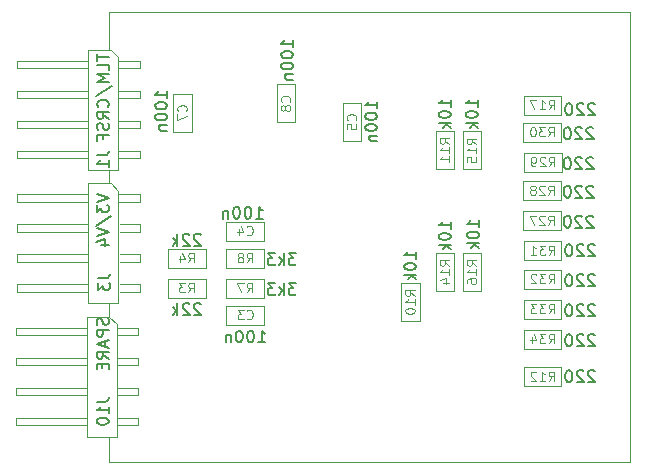
<source format=gbr>
G04 #@! TF.GenerationSoftware,KiCad,Pcbnew,7.0.1*
G04 #@! TF.CreationDate,2023-04-02T18:11:20+02:00*
G04 #@! TF.ProjectId,OXS_RP2040_Full,4f58535f-5250-4323-9034-305f46756c6c,rev?*
G04 #@! TF.SameCoordinates,Original*
G04 #@! TF.FileFunction,AssemblyDrawing,Bot*
%FSLAX46Y46*%
G04 Gerber Fmt 4.6, Leading zero omitted, Abs format (unit mm)*
G04 Created by KiCad (PCBNEW 7.0.1) date 2023-04-02 18:11:20*
%MOMM*%
%LPD*%
G01*
G04 APERTURE LIST*
%ADD10C,0.100000*%
%ADD11C,0.150000*%
%ADD12C,0.120000*%
G04 APERTURE END LIST*
D10*
X112649000Y-111760000D02*
X112649000Y-73660000D01*
X68580000Y-88138000D02*
X68580000Y-86995000D01*
X68580000Y-111760000D02*
X68580000Y-109601000D01*
X112649000Y-73660000D02*
X68580000Y-73660000D01*
X68580000Y-76835000D02*
X68580000Y-73660000D01*
X68580000Y-99441000D02*
X68580000Y-98298000D01*
X68580000Y-111760000D02*
X112649000Y-111760000D01*
D11*
X68487000Y-99560333D02*
X68534619Y-99703190D01*
X68534619Y-99703190D02*
X68534619Y-99941285D01*
X68534619Y-99941285D02*
X68487000Y-100036523D01*
X68487000Y-100036523D02*
X68439380Y-100084142D01*
X68439380Y-100084142D02*
X68344142Y-100131761D01*
X68344142Y-100131761D02*
X68248904Y-100131761D01*
X68248904Y-100131761D02*
X68153666Y-100084142D01*
X68153666Y-100084142D02*
X68106047Y-100036523D01*
X68106047Y-100036523D02*
X68058428Y-99941285D01*
X68058428Y-99941285D02*
X68010809Y-99750809D01*
X68010809Y-99750809D02*
X67963190Y-99655571D01*
X67963190Y-99655571D02*
X67915571Y-99607952D01*
X67915571Y-99607952D02*
X67820333Y-99560333D01*
X67820333Y-99560333D02*
X67725095Y-99560333D01*
X67725095Y-99560333D02*
X67629857Y-99607952D01*
X67629857Y-99607952D02*
X67582238Y-99655571D01*
X67582238Y-99655571D02*
X67534619Y-99750809D01*
X67534619Y-99750809D02*
X67534619Y-99988904D01*
X67534619Y-99988904D02*
X67582238Y-100131761D01*
X68534619Y-100560333D02*
X67534619Y-100560333D01*
X67534619Y-100560333D02*
X67534619Y-100941285D01*
X67534619Y-100941285D02*
X67582238Y-101036523D01*
X67582238Y-101036523D02*
X67629857Y-101084142D01*
X67629857Y-101084142D02*
X67725095Y-101131761D01*
X67725095Y-101131761D02*
X67867952Y-101131761D01*
X67867952Y-101131761D02*
X67963190Y-101084142D01*
X67963190Y-101084142D02*
X68010809Y-101036523D01*
X68010809Y-101036523D02*
X68058428Y-100941285D01*
X68058428Y-100941285D02*
X68058428Y-100560333D01*
X68248904Y-101512714D02*
X68248904Y-101988904D01*
X68534619Y-101417476D02*
X67534619Y-101750809D01*
X67534619Y-101750809D02*
X68534619Y-102084142D01*
X68534619Y-102988904D02*
X68058428Y-102655571D01*
X68534619Y-102417476D02*
X67534619Y-102417476D01*
X67534619Y-102417476D02*
X67534619Y-102798428D01*
X67534619Y-102798428D02*
X67582238Y-102893666D01*
X67582238Y-102893666D02*
X67629857Y-102941285D01*
X67629857Y-102941285D02*
X67725095Y-102988904D01*
X67725095Y-102988904D02*
X67867952Y-102988904D01*
X67867952Y-102988904D02*
X67963190Y-102941285D01*
X67963190Y-102941285D02*
X68010809Y-102893666D01*
X68010809Y-102893666D02*
X68058428Y-102798428D01*
X68058428Y-102798428D02*
X68058428Y-102417476D01*
X68010809Y-103417476D02*
X68010809Y-103750809D01*
X68534619Y-103893666D02*
X68534619Y-103417476D01*
X68534619Y-103417476D02*
X67534619Y-103417476D01*
X67534619Y-103417476D02*
X67534619Y-103893666D01*
X67534619Y-106632476D02*
X68248904Y-106632476D01*
X68248904Y-106632476D02*
X68391761Y-106584857D01*
X68391761Y-106584857D02*
X68487000Y-106489619D01*
X68487000Y-106489619D02*
X68534619Y-106346762D01*
X68534619Y-106346762D02*
X68534619Y-106251524D01*
X68534619Y-107632476D02*
X68534619Y-107061048D01*
X68534619Y-107346762D02*
X67534619Y-107346762D01*
X67534619Y-107346762D02*
X67677476Y-107251524D01*
X67677476Y-107251524D02*
X67772714Y-107156286D01*
X67772714Y-107156286D02*
X67820333Y-107061048D01*
X67534619Y-108251524D02*
X67534619Y-108346762D01*
X67534619Y-108346762D02*
X67582238Y-108442000D01*
X67582238Y-108442000D02*
X67629857Y-108489619D01*
X67629857Y-108489619D02*
X67725095Y-108537238D01*
X67725095Y-108537238D02*
X67915571Y-108584857D01*
X67915571Y-108584857D02*
X68153666Y-108584857D01*
X68153666Y-108584857D02*
X68344142Y-108537238D01*
X68344142Y-108537238D02*
X68439380Y-108489619D01*
X68439380Y-108489619D02*
X68487000Y-108442000D01*
X68487000Y-108442000D02*
X68534619Y-108346762D01*
X68534619Y-108346762D02*
X68534619Y-108251524D01*
X68534619Y-108251524D02*
X68487000Y-108156286D01*
X68487000Y-108156286D02*
X68439380Y-108108667D01*
X68439380Y-108108667D02*
X68344142Y-108061048D01*
X68344142Y-108061048D02*
X68153666Y-108013429D01*
X68153666Y-108013429D02*
X67915571Y-108013429D01*
X67915571Y-108013429D02*
X67725095Y-108061048D01*
X67725095Y-108061048D02*
X67629857Y-108108667D01*
X67629857Y-108108667D02*
X67582238Y-108156286D01*
X67582238Y-108156286D02*
X67534619Y-108251524D01*
X94569619Y-94527761D02*
X94569619Y-93956333D01*
X94569619Y-94242047D02*
X93569619Y-94242047D01*
X93569619Y-94242047D02*
X93712476Y-94146809D01*
X93712476Y-94146809D02*
X93807714Y-94051571D01*
X93807714Y-94051571D02*
X93855333Y-93956333D01*
X93569619Y-95146809D02*
X93569619Y-95242047D01*
X93569619Y-95242047D02*
X93617238Y-95337285D01*
X93617238Y-95337285D02*
X93664857Y-95384904D01*
X93664857Y-95384904D02*
X93760095Y-95432523D01*
X93760095Y-95432523D02*
X93950571Y-95480142D01*
X93950571Y-95480142D02*
X94188666Y-95480142D01*
X94188666Y-95480142D02*
X94379142Y-95432523D01*
X94379142Y-95432523D02*
X94474380Y-95384904D01*
X94474380Y-95384904D02*
X94522000Y-95337285D01*
X94522000Y-95337285D02*
X94569619Y-95242047D01*
X94569619Y-95242047D02*
X94569619Y-95146809D01*
X94569619Y-95146809D02*
X94522000Y-95051571D01*
X94522000Y-95051571D02*
X94474380Y-95003952D01*
X94474380Y-95003952D02*
X94379142Y-94956333D01*
X94379142Y-94956333D02*
X94188666Y-94908714D01*
X94188666Y-94908714D02*
X93950571Y-94908714D01*
X93950571Y-94908714D02*
X93760095Y-94956333D01*
X93760095Y-94956333D02*
X93664857Y-95003952D01*
X93664857Y-95003952D02*
X93617238Y-95051571D01*
X93617238Y-95051571D02*
X93569619Y-95146809D01*
X94569619Y-95908714D02*
X93569619Y-95908714D01*
X94188666Y-96003952D02*
X94569619Y-96289666D01*
X93902952Y-96289666D02*
X94283904Y-95908714D01*
D12*
X94477095Y-97656714D02*
X94096142Y-97390047D01*
X94477095Y-97199571D02*
X93677095Y-97199571D01*
X93677095Y-97199571D02*
X93677095Y-97504333D01*
X93677095Y-97504333D02*
X93715190Y-97580523D01*
X93715190Y-97580523D02*
X93753285Y-97618618D01*
X93753285Y-97618618D02*
X93829476Y-97656714D01*
X93829476Y-97656714D02*
X93943761Y-97656714D01*
X93943761Y-97656714D02*
X94019952Y-97618618D01*
X94019952Y-97618618D02*
X94058047Y-97580523D01*
X94058047Y-97580523D02*
X94096142Y-97504333D01*
X94096142Y-97504333D02*
X94096142Y-97199571D01*
X94477095Y-98418618D02*
X94477095Y-97961475D01*
X94477095Y-98190047D02*
X93677095Y-98190047D01*
X93677095Y-98190047D02*
X93791380Y-98113856D01*
X93791380Y-98113856D02*
X93867571Y-98037666D01*
X93867571Y-98037666D02*
X93905666Y-97961475D01*
X93677095Y-98913857D02*
X93677095Y-98990047D01*
X93677095Y-98990047D02*
X93715190Y-99066238D01*
X93715190Y-99066238D02*
X93753285Y-99104333D01*
X93753285Y-99104333D02*
X93829476Y-99142428D01*
X93829476Y-99142428D02*
X93981857Y-99180523D01*
X93981857Y-99180523D02*
X94172333Y-99180523D01*
X94172333Y-99180523D02*
X94324714Y-99142428D01*
X94324714Y-99142428D02*
X94400904Y-99104333D01*
X94400904Y-99104333D02*
X94439000Y-99066238D01*
X94439000Y-99066238D02*
X94477095Y-98990047D01*
X94477095Y-98990047D02*
X94477095Y-98913857D01*
X94477095Y-98913857D02*
X94439000Y-98837666D01*
X94439000Y-98837666D02*
X94400904Y-98799571D01*
X94400904Y-98799571D02*
X94324714Y-98761476D01*
X94324714Y-98761476D02*
X94172333Y-98723380D01*
X94172333Y-98723380D02*
X93981857Y-98723380D01*
X93981857Y-98723380D02*
X93829476Y-98761476D01*
X93829476Y-98761476D02*
X93753285Y-98799571D01*
X93753285Y-98799571D02*
X93715190Y-98837666D01*
X93715190Y-98837666D02*
X93677095Y-98913857D01*
D11*
X109696094Y-81472857D02*
X109648475Y-81425238D01*
X109648475Y-81425238D02*
X109553237Y-81377619D01*
X109553237Y-81377619D02*
X109315142Y-81377619D01*
X109315142Y-81377619D02*
X109219904Y-81425238D01*
X109219904Y-81425238D02*
X109172285Y-81472857D01*
X109172285Y-81472857D02*
X109124666Y-81568095D01*
X109124666Y-81568095D02*
X109124666Y-81663333D01*
X109124666Y-81663333D02*
X109172285Y-81806190D01*
X109172285Y-81806190D02*
X109743713Y-82377619D01*
X109743713Y-82377619D02*
X109124666Y-82377619D01*
X108743713Y-81472857D02*
X108696094Y-81425238D01*
X108696094Y-81425238D02*
X108600856Y-81377619D01*
X108600856Y-81377619D02*
X108362761Y-81377619D01*
X108362761Y-81377619D02*
X108267523Y-81425238D01*
X108267523Y-81425238D02*
X108219904Y-81472857D01*
X108219904Y-81472857D02*
X108172285Y-81568095D01*
X108172285Y-81568095D02*
X108172285Y-81663333D01*
X108172285Y-81663333D02*
X108219904Y-81806190D01*
X108219904Y-81806190D02*
X108791332Y-82377619D01*
X108791332Y-82377619D02*
X108172285Y-82377619D01*
X107553237Y-81377619D02*
X107457999Y-81377619D01*
X107457999Y-81377619D02*
X107362761Y-81425238D01*
X107362761Y-81425238D02*
X107315142Y-81472857D01*
X107315142Y-81472857D02*
X107267523Y-81568095D01*
X107267523Y-81568095D02*
X107219904Y-81758571D01*
X107219904Y-81758571D02*
X107219904Y-81996666D01*
X107219904Y-81996666D02*
X107267523Y-82187142D01*
X107267523Y-82187142D02*
X107315142Y-82282380D01*
X107315142Y-82282380D02*
X107362761Y-82330000D01*
X107362761Y-82330000D02*
X107457999Y-82377619D01*
X107457999Y-82377619D02*
X107553237Y-82377619D01*
X107553237Y-82377619D02*
X107648475Y-82330000D01*
X107648475Y-82330000D02*
X107696094Y-82282380D01*
X107696094Y-82282380D02*
X107743713Y-82187142D01*
X107743713Y-82187142D02*
X107791332Y-81996666D01*
X107791332Y-81996666D02*
X107791332Y-81758571D01*
X107791332Y-81758571D02*
X107743713Y-81568095D01*
X107743713Y-81568095D02*
X107696094Y-81472857D01*
X107696094Y-81472857D02*
X107648475Y-81425238D01*
X107648475Y-81425238D02*
X107553237Y-81377619D01*
D12*
X105797285Y-81904095D02*
X106063952Y-81523142D01*
X106254428Y-81904095D02*
X106254428Y-81104095D01*
X106254428Y-81104095D02*
X105949666Y-81104095D01*
X105949666Y-81104095D02*
X105873476Y-81142190D01*
X105873476Y-81142190D02*
X105835381Y-81180285D01*
X105835381Y-81180285D02*
X105797285Y-81256476D01*
X105797285Y-81256476D02*
X105797285Y-81370761D01*
X105797285Y-81370761D02*
X105835381Y-81446952D01*
X105835381Y-81446952D02*
X105873476Y-81485047D01*
X105873476Y-81485047D02*
X105949666Y-81523142D01*
X105949666Y-81523142D02*
X106254428Y-81523142D01*
X105035381Y-81904095D02*
X105492524Y-81904095D01*
X105263952Y-81904095D02*
X105263952Y-81104095D01*
X105263952Y-81104095D02*
X105340143Y-81218380D01*
X105340143Y-81218380D02*
X105416333Y-81294571D01*
X105416333Y-81294571D02*
X105492524Y-81332666D01*
X104768714Y-81104095D02*
X104235380Y-81104095D01*
X104235380Y-81104095D02*
X104578238Y-81904095D01*
D11*
X76324666Y-98405857D02*
X76277047Y-98358238D01*
X76277047Y-98358238D02*
X76181809Y-98310619D01*
X76181809Y-98310619D02*
X75943714Y-98310619D01*
X75943714Y-98310619D02*
X75848476Y-98358238D01*
X75848476Y-98358238D02*
X75800857Y-98405857D01*
X75800857Y-98405857D02*
X75753238Y-98501095D01*
X75753238Y-98501095D02*
X75753238Y-98596333D01*
X75753238Y-98596333D02*
X75800857Y-98739190D01*
X75800857Y-98739190D02*
X76372285Y-99310619D01*
X76372285Y-99310619D02*
X75753238Y-99310619D01*
X75372285Y-98405857D02*
X75324666Y-98358238D01*
X75324666Y-98358238D02*
X75229428Y-98310619D01*
X75229428Y-98310619D02*
X74991333Y-98310619D01*
X74991333Y-98310619D02*
X74896095Y-98358238D01*
X74896095Y-98358238D02*
X74848476Y-98405857D01*
X74848476Y-98405857D02*
X74800857Y-98501095D01*
X74800857Y-98501095D02*
X74800857Y-98596333D01*
X74800857Y-98596333D02*
X74848476Y-98739190D01*
X74848476Y-98739190D02*
X75419904Y-99310619D01*
X75419904Y-99310619D02*
X74800857Y-99310619D01*
X74372285Y-99310619D02*
X74372285Y-98310619D01*
X74277047Y-98929666D02*
X73991333Y-99310619D01*
X73991333Y-98643952D02*
X74372285Y-99024904D01*
D12*
X75291332Y-97398095D02*
X75557999Y-97017142D01*
X75748475Y-97398095D02*
X75748475Y-96598095D01*
X75748475Y-96598095D02*
X75443713Y-96598095D01*
X75443713Y-96598095D02*
X75367523Y-96636190D01*
X75367523Y-96636190D02*
X75329428Y-96674285D01*
X75329428Y-96674285D02*
X75291332Y-96750476D01*
X75291332Y-96750476D02*
X75291332Y-96864761D01*
X75291332Y-96864761D02*
X75329428Y-96940952D01*
X75329428Y-96940952D02*
X75367523Y-96979047D01*
X75367523Y-96979047D02*
X75443713Y-97017142D01*
X75443713Y-97017142D02*
X75748475Y-97017142D01*
X75024666Y-96598095D02*
X74529428Y-96598095D01*
X74529428Y-96598095D02*
X74796094Y-96902857D01*
X74796094Y-96902857D02*
X74681809Y-96902857D01*
X74681809Y-96902857D02*
X74605618Y-96940952D01*
X74605618Y-96940952D02*
X74567523Y-96979047D01*
X74567523Y-96979047D02*
X74529428Y-97055238D01*
X74529428Y-97055238D02*
X74529428Y-97245714D01*
X74529428Y-97245714D02*
X74567523Y-97321904D01*
X74567523Y-97321904D02*
X74605618Y-97360000D01*
X74605618Y-97360000D02*
X74681809Y-97398095D01*
X74681809Y-97398095D02*
X74910380Y-97398095D01*
X74910380Y-97398095D02*
X74986571Y-97360000D01*
X74986571Y-97360000D02*
X75024666Y-97321904D01*
D11*
X81002047Y-91140619D02*
X81573475Y-91140619D01*
X81287761Y-91140619D02*
X81287761Y-90140619D01*
X81287761Y-90140619D02*
X81382999Y-90283476D01*
X81382999Y-90283476D02*
X81478237Y-90378714D01*
X81478237Y-90378714D02*
X81573475Y-90426333D01*
X80382999Y-90140619D02*
X80287761Y-90140619D01*
X80287761Y-90140619D02*
X80192523Y-90188238D01*
X80192523Y-90188238D02*
X80144904Y-90235857D01*
X80144904Y-90235857D02*
X80097285Y-90331095D01*
X80097285Y-90331095D02*
X80049666Y-90521571D01*
X80049666Y-90521571D02*
X80049666Y-90759666D01*
X80049666Y-90759666D02*
X80097285Y-90950142D01*
X80097285Y-90950142D02*
X80144904Y-91045380D01*
X80144904Y-91045380D02*
X80192523Y-91093000D01*
X80192523Y-91093000D02*
X80287761Y-91140619D01*
X80287761Y-91140619D02*
X80382999Y-91140619D01*
X80382999Y-91140619D02*
X80478237Y-91093000D01*
X80478237Y-91093000D02*
X80525856Y-91045380D01*
X80525856Y-91045380D02*
X80573475Y-90950142D01*
X80573475Y-90950142D02*
X80621094Y-90759666D01*
X80621094Y-90759666D02*
X80621094Y-90521571D01*
X80621094Y-90521571D02*
X80573475Y-90331095D01*
X80573475Y-90331095D02*
X80525856Y-90235857D01*
X80525856Y-90235857D02*
X80478237Y-90188238D01*
X80478237Y-90188238D02*
X80382999Y-90140619D01*
X79430618Y-90140619D02*
X79335380Y-90140619D01*
X79335380Y-90140619D02*
X79240142Y-90188238D01*
X79240142Y-90188238D02*
X79192523Y-90235857D01*
X79192523Y-90235857D02*
X79144904Y-90331095D01*
X79144904Y-90331095D02*
X79097285Y-90521571D01*
X79097285Y-90521571D02*
X79097285Y-90759666D01*
X79097285Y-90759666D02*
X79144904Y-90950142D01*
X79144904Y-90950142D02*
X79192523Y-91045380D01*
X79192523Y-91045380D02*
X79240142Y-91093000D01*
X79240142Y-91093000D02*
X79335380Y-91140619D01*
X79335380Y-91140619D02*
X79430618Y-91140619D01*
X79430618Y-91140619D02*
X79525856Y-91093000D01*
X79525856Y-91093000D02*
X79573475Y-91045380D01*
X79573475Y-91045380D02*
X79621094Y-90950142D01*
X79621094Y-90950142D02*
X79668713Y-90759666D01*
X79668713Y-90759666D02*
X79668713Y-90521571D01*
X79668713Y-90521571D02*
X79621094Y-90331095D01*
X79621094Y-90331095D02*
X79573475Y-90235857D01*
X79573475Y-90235857D02*
X79525856Y-90188238D01*
X79525856Y-90188238D02*
X79430618Y-90140619D01*
X78668713Y-90473952D02*
X78668713Y-91140619D01*
X78668713Y-90569190D02*
X78621094Y-90521571D01*
X78621094Y-90521571D02*
X78525856Y-90473952D01*
X78525856Y-90473952D02*
X78382999Y-90473952D01*
X78382999Y-90473952D02*
X78287761Y-90521571D01*
X78287761Y-90521571D02*
X78240142Y-90616809D01*
X78240142Y-90616809D02*
X78240142Y-91140619D01*
D12*
X80231832Y-92495904D02*
X80269928Y-92534000D01*
X80269928Y-92534000D02*
X80384213Y-92572095D01*
X80384213Y-92572095D02*
X80460404Y-92572095D01*
X80460404Y-92572095D02*
X80574690Y-92534000D01*
X80574690Y-92534000D02*
X80650880Y-92457809D01*
X80650880Y-92457809D02*
X80688975Y-92381619D01*
X80688975Y-92381619D02*
X80727071Y-92229238D01*
X80727071Y-92229238D02*
X80727071Y-92114952D01*
X80727071Y-92114952D02*
X80688975Y-91962571D01*
X80688975Y-91962571D02*
X80650880Y-91886380D01*
X80650880Y-91886380D02*
X80574690Y-91810190D01*
X80574690Y-91810190D02*
X80460404Y-91772095D01*
X80460404Y-91772095D02*
X80384213Y-91772095D01*
X80384213Y-91772095D02*
X80269928Y-91810190D01*
X80269928Y-91810190D02*
X80231832Y-91848285D01*
X79546118Y-92038761D02*
X79546118Y-92572095D01*
X79736594Y-91734000D02*
X79927071Y-92305428D01*
X79927071Y-92305428D02*
X79431832Y-92305428D01*
D11*
X67534619Y-89074905D02*
X68534619Y-89408238D01*
X68534619Y-89408238D02*
X67534619Y-89741571D01*
X67534619Y-89979667D02*
X67534619Y-90598714D01*
X67534619Y-90598714D02*
X67915571Y-90265381D01*
X67915571Y-90265381D02*
X67915571Y-90408238D01*
X67915571Y-90408238D02*
X67963190Y-90503476D01*
X67963190Y-90503476D02*
X68010809Y-90551095D01*
X68010809Y-90551095D02*
X68106047Y-90598714D01*
X68106047Y-90598714D02*
X68344142Y-90598714D01*
X68344142Y-90598714D02*
X68439380Y-90551095D01*
X68439380Y-90551095D02*
X68487000Y-90503476D01*
X68487000Y-90503476D02*
X68534619Y-90408238D01*
X68534619Y-90408238D02*
X68534619Y-90122524D01*
X68534619Y-90122524D02*
X68487000Y-90027286D01*
X68487000Y-90027286D02*
X68439380Y-89979667D01*
X67487000Y-91741571D02*
X68772714Y-90884429D01*
X67534619Y-91932048D02*
X68534619Y-92265381D01*
X68534619Y-92265381D02*
X67534619Y-92598714D01*
X67867952Y-93360619D02*
X68534619Y-93360619D01*
X67487000Y-93122524D02*
X68201285Y-92884429D01*
X68201285Y-92884429D02*
X68201285Y-93503476D01*
X67661619Y-96186666D02*
X68375904Y-96186666D01*
X68375904Y-96186666D02*
X68518761Y-96139047D01*
X68518761Y-96139047D02*
X68614000Y-96043809D01*
X68614000Y-96043809D02*
X68661619Y-95900952D01*
X68661619Y-95900952D02*
X68661619Y-95805714D01*
X67661619Y-96567619D02*
X67661619Y-97186666D01*
X67661619Y-97186666D02*
X68042571Y-96853333D01*
X68042571Y-96853333D02*
X68042571Y-96996190D01*
X68042571Y-96996190D02*
X68090190Y-97091428D01*
X68090190Y-97091428D02*
X68137809Y-97139047D01*
X68137809Y-97139047D02*
X68233047Y-97186666D01*
X68233047Y-97186666D02*
X68471142Y-97186666D01*
X68471142Y-97186666D02*
X68566380Y-97139047D01*
X68566380Y-97139047D02*
X68614000Y-97091428D01*
X68614000Y-97091428D02*
X68661619Y-96996190D01*
X68661619Y-96996190D02*
X68661619Y-96710476D01*
X68661619Y-96710476D02*
X68614000Y-96615238D01*
X68614000Y-96615238D02*
X68566380Y-96567619D01*
X99903619Y-91860761D02*
X99903619Y-91289333D01*
X99903619Y-91575047D02*
X98903619Y-91575047D01*
X98903619Y-91575047D02*
X99046476Y-91479809D01*
X99046476Y-91479809D02*
X99141714Y-91384571D01*
X99141714Y-91384571D02*
X99189333Y-91289333D01*
X98903619Y-92479809D02*
X98903619Y-92575047D01*
X98903619Y-92575047D02*
X98951238Y-92670285D01*
X98951238Y-92670285D02*
X98998857Y-92717904D01*
X98998857Y-92717904D02*
X99094095Y-92765523D01*
X99094095Y-92765523D02*
X99284571Y-92813142D01*
X99284571Y-92813142D02*
X99522666Y-92813142D01*
X99522666Y-92813142D02*
X99713142Y-92765523D01*
X99713142Y-92765523D02*
X99808380Y-92717904D01*
X99808380Y-92717904D02*
X99856000Y-92670285D01*
X99856000Y-92670285D02*
X99903619Y-92575047D01*
X99903619Y-92575047D02*
X99903619Y-92479809D01*
X99903619Y-92479809D02*
X99856000Y-92384571D01*
X99856000Y-92384571D02*
X99808380Y-92336952D01*
X99808380Y-92336952D02*
X99713142Y-92289333D01*
X99713142Y-92289333D02*
X99522666Y-92241714D01*
X99522666Y-92241714D02*
X99284571Y-92241714D01*
X99284571Y-92241714D02*
X99094095Y-92289333D01*
X99094095Y-92289333D02*
X98998857Y-92336952D01*
X98998857Y-92336952D02*
X98951238Y-92384571D01*
X98951238Y-92384571D02*
X98903619Y-92479809D01*
X99903619Y-93241714D02*
X98903619Y-93241714D01*
X99522666Y-93336952D02*
X99903619Y-93622666D01*
X99236952Y-93622666D02*
X99617904Y-93241714D01*
D12*
X99684095Y-95116714D02*
X99303142Y-94850047D01*
X99684095Y-94659571D02*
X98884095Y-94659571D01*
X98884095Y-94659571D02*
X98884095Y-94964333D01*
X98884095Y-94964333D02*
X98922190Y-95040523D01*
X98922190Y-95040523D02*
X98960285Y-95078618D01*
X98960285Y-95078618D02*
X99036476Y-95116714D01*
X99036476Y-95116714D02*
X99150761Y-95116714D01*
X99150761Y-95116714D02*
X99226952Y-95078618D01*
X99226952Y-95078618D02*
X99265047Y-95040523D01*
X99265047Y-95040523D02*
X99303142Y-94964333D01*
X99303142Y-94964333D02*
X99303142Y-94659571D01*
X99684095Y-95878618D02*
X99684095Y-95421475D01*
X99684095Y-95650047D02*
X98884095Y-95650047D01*
X98884095Y-95650047D02*
X98998380Y-95573856D01*
X98998380Y-95573856D02*
X99074571Y-95497666D01*
X99074571Y-95497666D02*
X99112666Y-95421475D01*
X98884095Y-96564333D02*
X98884095Y-96411952D01*
X98884095Y-96411952D02*
X98922190Y-96335761D01*
X98922190Y-96335761D02*
X98960285Y-96297666D01*
X98960285Y-96297666D02*
X99074571Y-96221476D01*
X99074571Y-96221476D02*
X99226952Y-96183380D01*
X99226952Y-96183380D02*
X99531714Y-96183380D01*
X99531714Y-96183380D02*
X99607904Y-96221476D01*
X99607904Y-96221476D02*
X99646000Y-96259571D01*
X99646000Y-96259571D02*
X99684095Y-96335761D01*
X99684095Y-96335761D02*
X99684095Y-96488142D01*
X99684095Y-96488142D02*
X99646000Y-96564333D01*
X99646000Y-96564333D02*
X99607904Y-96602428D01*
X99607904Y-96602428D02*
X99531714Y-96640523D01*
X99531714Y-96640523D02*
X99341238Y-96640523D01*
X99341238Y-96640523D02*
X99265047Y-96602428D01*
X99265047Y-96602428D02*
X99226952Y-96564333D01*
X99226952Y-96564333D02*
X99188857Y-96488142D01*
X99188857Y-96488142D02*
X99188857Y-96335761D01*
X99188857Y-96335761D02*
X99226952Y-96259571D01*
X99226952Y-96259571D02*
X99265047Y-96221476D01*
X99265047Y-96221476D02*
X99341238Y-96183380D01*
D11*
X109696094Y-93410857D02*
X109648475Y-93363238D01*
X109648475Y-93363238D02*
X109553237Y-93315619D01*
X109553237Y-93315619D02*
X109315142Y-93315619D01*
X109315142Y-93315619D02*
X109219904Y-93363238D01*
X109219904Y-93363238D02*
X109172285Y-93410857D01*
X109172285Y-93410857D02*
X109124666Y-93506095D01*
X109124666Y-93506095D02*
X109124666Y-93601333D01*
X109124666Y-93601333D02*
X109172285Y-93744190D01*
X109172285Y-93744190D02*
X109743713Y-94315619D01*
X109743713Y-94315619D02*
X109124666Y-94315619D01*
X108743713Y-93410857D02*
X108696094Y-93363238D01*
X108696094Y-93363238D02*
X108600856Y-93315619D01*
X108600856Y-93315619D02*
X108362761Y-93315619D01*
X108362761Y-93315619D02*
X108267523Y-93363238D01*
X108267523Y-93363238D02*
X108219904Y-93410857D01*
X108219904Y-93410857D02*
X108172285Y-93506095D01*
X108172285Y-93506095D02*
X108172285Y-93601333D01*
X108172285Y-93601333D02*
X108219904Y-93744190D01*
X108219904Y-93744190D02*
X108791332Y-94315619D01*
X108791332Y-94315619D02*
X108172285Y-94315619D01*
X107553237Y-93315619D02*
X107457999Y-93315619D01*
X107457999Y-93315619D02*
X107362761Y-93363238D01*
X107362761Y-93363238D02*
X107315142Y-93410857D01*
X107315142Y-93410857D02*
X107267523Y-93506095D01*
X107267523Y-93506095D02*
X107219904Y-93696571D01*
X107219904Y-93696571D02*
X107219904Y-93934666D01*
X107219904Y-93934666D02*
X107267523Y-94125142D01*
X107267523Y-94125142D02*
X107315142Y-94220380D01*
X107315142Y-94220380D02*
X107362761Y-94268000D01*
X107362761Y-94268000D02*
X107457999Y-94315619D01*
X107457999Y-94315619D02*
X107553237Y-94315619D01*
X107553237Y-94315619D02*
X107648475Y-94268000D01*
X107648475Y-94268000D02*
X107696094Y-94220380D01*
X107696094Y-94220380D02*
X107743713Y-94125142D01*
X107743713Y-94125142D02*
X107791332Y-93934666D01*
X107791332Y-93934666D02*
X107791332Y-93696571D01*
X107791332Y-93696571D02*
X107743713Y-93506095D01*
X107743713Y-93506095D02*
X107696094Y-93410857D01*
X107696094Y-93410857D02*
X107648475Y-93363238D01*
X107648475Y-93363238D02*
X107553237Y-93315619D01*
D12*
X105797285Y-94223095D02*
X106063952Y-93842142D01*
X106254428Y-94223095D02*
X106254428Y-93423095D01*
X106254428Y-93423095D02*
X105949666Y-93423095D01*
X105949666Y-93423095D02*
X105873476Y-93461190D01*
X105873476Y-93461190D02*
X105835381Y-93499285D01*
X105835381Y-93499285D02*
X105797285Y-93575476D01*
X105797285Y-93575476D02*
X105797285Y-93689761D01*
X105797285Y-93689761D02*
X105835381Y-93765952D01*
X105835381Y-93765952D02*
X105873476Y-93804047D01*
X105873476Y-93804047D02*
X105949666Y-93842142D01*
X105949666Y-93842142D02*
X106254428Y-93842142D01*
X105530619Y-93423095D02*
X105035381Y-93423095D01*
X105035381Y-93423095D02*
X105302047Y-93727857D01*
X105302047Y-93727857D02*
X105187762Y-93727857D01*
X105187762Y-93727857D02*
X105111571Y-93765952D01*
X105111571Y-93765952D02*
X105073476Y-93804047D01*
X105073476Y-93804047D02*
X105035381Y-93880238D01*
X105035381Y-93880238D02*
X105035381Y-94070714D01*
X105035381Y-94070714D02*
X105073476Y-94146904D01*
X105073476Y-94146904D02*
X105111571Y-94185000D01*
X105111571Y-94185000D02*
X105187762Y-94223095D01*
X105187762Y-94223095D02*
X105416333Y-94223095D01*
X105416333Y-94223095D02*
X105492524Y-94185000D01*
X105492524Y-94185000D02*
X105530619Y-94146904D01*
X104273476Y-94223095D02*
X104730619Y-94223095D01*
X104502047Y-94223095D02*
X104502047Y-93423095D01*
X104502047Y-93423095D02*
X104578238Y-93537380D01*
X104578238Y-93537380D02*
X104654428Y-93613571D01*
X104654428Y-93613571D02*
X104730619Y-93651666D01*
D11*
X91267619Y-81811952D02*
X91267619Y-81240524D01*
X91267619Y-81526238D02*
X90267619Y-81526238D01*
X90267619Y-81526238D02*
X90410476Y-81431000D01*
X90410476Y-81431000D02*
X90505714Y-81335762D01*
X90505714Y-81335762D02*
X90553333Y-81240524D01*
X90267619Y-82431000D02*
X90267619Y-82526238D01*
X90267619Y-82526238D02*
X90315238Y-82621476D01*
X90315238Y-82621476D02*
X90362857Y-82669095D01*
X90362857Y-82669095D02*
X90458095Y-82716714D01*
X90458095Y-82716714D02*
X90648571Y-82764333D01*
X90648571Y-82764333D02*
X90886666Y-82764333D01*
X90886666Y-82764333D02*
X91077142Y-82716714D01*
X91077142Y-82716714D02*
X91172380Y-82669095D01*
X91172380Y-82669095D02*
X91220000Y-82621476D01*
X91220000Y-82621476D02*
X91267619Y-82526238D01*
X91267619Y-82526238D02*
X91267619Y-82431000D01*
X91267619Y-82431000D02*
X91220000Y-82335762D01*
X91220000Y-82335762D02*
X91172380Y-82288143D01*
X91172380Y-82288143D02*
X91077142Y-82240524D01*
X91077142Y-82240524D02*
X90886666Y-82192905D01*
X90886666Y-82192905D02*
X90648571Y-82192905D01*
X90648571Y-82192905D02*
X90458095Y-82240524D01*
X90458095Y-82240524D02*
X90362857Y-82288143D01*
X90362857Y-82288143D02*
X90315238Y-82335762D01*
X90315238Y-82335762D02*
X90267619Y-82431000D01*
X90267619Y-83383381D02*
X90267619Y-83478619D01*
X90267619Y-83478619D02*
X90315238Y-83573857D01*
X90315238Y-83573857D02*
X90362857Y-83621476D01*
X90362857Y-83621476D02*
X90458095Y-83669095D01*
X90458095Y-83669095D02*
X90648571Y-83716714D01*
X90648571Y-83716714D02*
X90886666Y-83716714D01*
X90886666Y-83716714D02*
X91077142Y-83669095D01*
X91077142Y-83669095D02*
X91172380Y-83621476D01*
X91172380Y-83621476D02*
X91220000Y-83573857D01*
X91220000Y-83573857D02*
X91267619Y-83478619D01*
X91267619Y-83478619D02*
X91267619Y-83383381D01*
X91267619Y-83383381D02*
X91220000Y-83288143D01*
X91220000Y-83288143D02*
X91172380Y-83240524D01*
X91172380Y-83240524D02*
X91077142Y-83192905D01*
X91077142Y-83192905D02*
X90886666Y-83145286D01*
X90886666Y-83145286D02*
X90648571Y-83145286D01*
X90648571Y-83145286D02*
X90458095Y-83192905D01*
X90458095Y-83192905D02*
X90362857Y-83240524D01*
X90362857Y-83240524D02*
X90315238Y-83288143D01*
X90315238Y-83288143D02*
X90267619Y-83383381D01*
X90600952Y-84145286D02*
X91267619Y-84145286D01*
X90696190Y-84145286D02*
X90648571Y-84192905D01*
X90648571Y-84192905D02*
X90600952Y-84288143D01*
X90600952Y-84288143D02*
X90600952Y-84431000D01*
X90600952Y-84431000D02*
X90648571Y-84526238D01*
X90648571Y-84526238D02*
X90743809Y-84573857D01*
X90743809Y-84573857D02*
X91267619Y-84573857D01*
D12*
X89447904Y-82797667D02*
X89486000Y-82759571D01*
X89486000Y-82759571D02*
X89524095Y-82645286D01*
X89524095Y-82645286D02*
X89524095Y-82569095D01*
X89524095Y-82569095D02*
X89486000Y-82454809D01*
X89486000Y-82454809D02*
X89409809Y-82378619D01*
X89409809Y-82378619D02*
X89333619Y-82340524D01*
X89333619Y-82340524D02*
X89181238Y-82302428D01*
X89181238Y-82302428D02*
X89066952Y-82302428D01*
X89066952Y-82302428D02*
X88914571Y-82340524D01*
X88914571Y-82340524D02*
X88838380Y-82378619D01*
X88838380Y-82378619D02*
X88762190Y-82454809D01*
X88762190Y-82454809D02*
X88724095Y-82569095D01*
X88724095Y-82569095D02*
X88724095Y-82645286D01*
X88724095Y-82645286D02*
X88762190Y-82759571D01*
X88762190Y-82759571D02*
X88800285Y-82797667D01*
X88724095Y-83521476D02*
X88724095Y-83140524D01*
X88724095Y-83140524D02*
X89105047Y-83102428D01*
X89105047Y-83102428D02*
X89066952Y-83140524D01*
X89066952Y-83140524D02*
X89028857Y-83216714D01*
X89028857Y-83216714D02*
X89028857Y-83407190D01*
X89028857Y-83407190D02*
X89066952Y-83483381D01*
X89066952Y-83483381D02*
X89105047Y-83521476D01*
X89105047Y-83521476D02*
X89181238Y-83559571D01*
X89181238Y-83559571D02*
X89371714Y-83559571D01*
X89371714Y-83559571D02*
X89447904Y-83521476D01*
X89447904Y-83521476D02*
X89486000Y-83483381D01*
X89486000Y-83483381D02*
X89524095Y-83407190D01*
X89524095Y-83407190D02*
X89524095Y-83216714D01*
X89524095Y-83216714D02*
X89486000Y-83140524D01*
X89486000Y-83140524D02*
X89447904Y-83102428D01*
D11*
X109569094Y-86044857D02*
X109521475Y-85997238D01*
X109521475Y-85997238D02*
X109426237Y-85949619D01*
X109426237Y-85949619D02*
X109188142Y-85949619D01*
X109188142Y-85949619D02*
X109092904Y-85997238D01*
X109092904Y-85997238D02*
X109045285Y-86044857D01*
X109045285Y-86044857D02*
X108997666Y-86140095D01*
X108997666Y-86140095D02*
X108997666Y-86235333D01*
X108997666Y-86235333D02*
X109045285Y-86378190D01*
X109045285Y-86378190D02*
X109616713Y-86949619D01*
X109616713Y-86949619D02*
X108997666Y-86949619D01*
X108616713Y-86044857D02*
X108569094Y-85997238D01*
X108569094Y-85997238D02*
X108473856Y-85949619D01*
X108473856Y-85949619D02*
X108235761Y-85949619D01*
X108235761Y-85949619D02*
X108140523Y-85997238D01*
X108140523Y-85997238D02*
X108092904Y-86044857D01*
X108092904Y-86044857D02*
X108045285Y-86140095D01*
X108045285Y-86140095D02*
X108045285Y-86235333D01*
X108045285Y-86235333D02*
X108092904Y-86378190D01*
X108092904Y-86378190D02*
X108664332Y-86949619D01*
X108664332Y-86949619D02*
X108045285Y-86949619D01*
X107426237Y-85949619D02*
X107330999Y-85949619D01*
X107330999Y-85949619D02*
X107235761Y-85997238D01*
X107235761Y-85997238D02*
X107188142Y-86044857D01*
X107188142Y-86044857D02*
X107140523Y-86140095D01*
X107140523Y-86140095D02*
X107092904Y-86330571D01*
X107092904Y-86330571D02*
X107092904Y-86568666D01*
X107092904Y-86568666D02*
X107140523Y-86759142D01*
X107140523Y-86759142D02*
X107188142Y-86854380D01*
X107188142Y-86854380D02*
X107235761Y-86902000D01*
X107235761Y-86902000D02*
X107330999Y-86949619D01*
X107330999Y-86949619D02*
X107426237Y-86949619D01*
X107426237Y-86949619D02*
X107521475Y-86902000D01*
X107521475Y-86902000D02*
X107569094Y-86854380D01*
X107569094Y-86854380D02*
X107616713Y-86759142D01*
X107616713Y-86759142D02*
X107664332Y-86568666D01*
X107664332Y-86568666D02*
X107664332Y-86330571D01*
X107664332Y-86330571D02*
X107616713Y-86140095D01*
X107616713Y-86140095D02*
X107569094Y-86044857D01*
X107569094Y-86044857D02*
X107521475Y-85997238D01*
X107521475Y-85997238D02*
X107426237Y-85949619D01*
D12*
X105823285Y-86730095D02*
X106089952Y-86349142D01*
X106280428Y-86730095D02*
X106280428Y-85930095D01*
X106280428Y-85930095D02*
X105975666Y-85930095D01*
X105975666Y-85930095D02*
X105899476Y-85968190D01*
X105899476Y-85968190D02*
X105861381Y-86006285D01*
X105861381Y-86006285D02*
X105823285Y-86082476D01*
X105823285Y-86082476D02*
X105823285Y-86196761D01*
X105823285Y-86196761D02*
X105861381Y-86272952D01*
X105861381Y-86272952D02*
X105899476Y-86311047D01*
X105899476Y-86311047D02*
X105975666Y-86349142D01*
X105975666Y-86349142D02*
X106280428Y-86349142D01*
X105518524Y-86006285D02*
X105480428Y-85968190D01*
X105480428Y-85968190D02*
X105404238Y-85930095D01*
X105404238Y-85930095D02*
X105213762Y-85930095D01*
X105213762Y-85930095D02*
X105137571Y-85968190D01*
X105137571Y-85968190D02*
X105099476Y-86006285D01*
X105099476Y-86006285D02*
X105061381Y-86082476D01*
X105061381Y-86082476D02*
X105061381Y-86158666D01*
X105061381Y-86158666D02*
X105099476Y-86272952D01*
X105099476Y-86272952D02*
X105556619Y-86730095D01*
X105556619Y-86730095D02*
X105061381Y-86730095D01*
X104680428Y-86730095D02*
X104528047Y-86730095D01*
X104528047Y-86730095D02*
X104451857Y-86692000D01*
X104451857Y-86692000D02*
X104413761Y-86653904D01*
X104413761Y-86653904D02*
X104337571Y-86539619D01*
X104337571Y-86539619D02*
X104299476Y-86387238D01*
X104299476Y-86387238D02*
X104299476Y-86082476D01*
X104299476Y-86082476D02*
X104337571Y-86006285D01*
X104337571Y-86006285D02*
X104375666Y-85968190D01*
X104375666Y-85968190D02*
X104451857Y-85930095D01*
X104451857Y-85930095D02*
X104604238Y-85930095D01*
X104604238Y-85930095D02*
X104680428Y-85968190D01*
X104680428Y-85968190D02*
X104718523Y-86006285D01*
X104718523Y-86006285D02*
X104756619Y-86082476D01*
X104756619Y-86082476D02*
X104756619Y-86272952D01*
X104756619Y-86272952D02*
X104718523Y-86349142D01*
X104718523Y-86349142D02*
X104680428Y-86387238D01*
X104680428Y-86387238D02*
X104604238Y-86425333D01*
X104604238Y-86425333D02*
X104451857Y-86425333D01*
X104451857Y-86425333D02*
X104375666Y-86387238D01*
X104375666Y-86387238D02*
X104337571Y-86349142D01*
X104337571Y-86349142D02*
X104299476Y-86272952D01*
D11*
X84399285Y-96617619D02*
X83780238Y-96617619D01*
X83780238Y-96617619D02*
X84113571Y-96998571D01*
X84113571Y-96998571D02*
X83970714Y-96998571D01*
X83970714Y-96998571D02*
X83875476Y-97046190D01*
X83875476Y-97046190D02*
X83827857Y-97093809D01*
X83827857Y-97093809D02*
X83780238Y-97189047D01*
X83780238Y-97189047D02*
X83780238Y-97427142D01*
X83780238Y-97427142D02*
X83827857Y-97522380D01*
X83827857Y-97522380D02*
X83875476Y-97570000D01*
X83875476Y-97570000D02*
X83970714Y-97617619D01*
X83970714Y-97617619D02*
X84256428Y-97617619D01*
X84256428Y-97617619D02*
X84351666Y-97570000D01*
X84351666Y-97570000D02*
X84399285Y-97522380D01*
X83351666Y-97617619D02*
X83351666Y-96617619D01*
X83256428Y-97236666D02*
X82970714Y-97617619D01*
X82970714Y-96950952D02*
X83351666Y-97331904D01*
X82637380Y-96617619D02*
X82018333Y-96617619D01*
X82018333Y-96617619D02*
X82351666Y-96998571D01*
X82351666Y-96998571D02*
X82208809Y-96998571D01*
X82208809Y-96998571D02*
X82113571Y-97046190D01*
X82113571Y-97046190D02*
X82065952Y-97093809D01*
X82065952Y-97093809D02*
X82018333Y-97189047D01*
X82018333Y-97189047D02*
X82018333Y-97427142D01*
X82018333Y-97427142D02*
X82065952Y-97522380D01*
X82065952Y-97522380D02*
X82113571Y-97570000D01*
X82113571Y-97570000D02*
X82208809Y-97617619D01*
X82208809Y-97617619D02*
X82494523Y-97617619D01*
X82494523Y-97617619D02*
X82589761Y-97570000D01*
X82589761Y-97570000D02*
X82637380Y-97522380D01*
D12*
X80244332Y-97398095D02*
X80510999Y-97017142D01*
X80701475Y-97398095D02*
X80701475Y-96598095D01*
X80701475Y-96598095D02*
X80396713Y-96598095D01*
X80396713Y-96598095D02*
X80320523Y-96636190D01*
X80320523Y-96636190D02*
X80282428Y-96674285D01*
X80282428Y-96674285D02*
X80244332Y-96750476D01*
X80244332Y-96750476D02*
X80244332Y-96864761D01*
X80244332Y-96864761D02*
X80282428Y-96940952D01*
X80282428Y-96940952D02*
X80320523Y-96979047D01*
X80320523Y-96979047D02*
X80396713Y-97017142D01*
X80396713Y-97017142D02*
X80701475Y-97017142D01*
X79977666Y-96598095D02*
X79444332Y-96598095D01*
X79444332Y-96598095D02*
X79787190Y-97398095D01*
D11*
X81217547Y-101626619D02*
X81788975Y-101626619D01*
X81503261Y-101626619D02*
X81503261Y-100626619D01*
X81503261Y-100626619D02*
X81598499Y-100769476D01*
X81598499Y-100769476D02*
X81693737Y-100864714D01*
X81693737Y-100864714D02*
X81788975Y-100912333D01*
X80598499Y-100626619D02*
X80503261Y-100626619D01*
X80503261Y-100626619D02*
X80408023Y-100674238D01*
X80408023Y-100674238D02*
X80360404Y-100721857D01*
X80360404Y-100721857D02*
X80312785Y-100817095D01*
X80312785Y-100817095D02*
X80265166Y-101007571D01*
X80265166Y-101007571D02*
X80265166Y-101245666D01*
X80265166Y-101245666D02*
X80312785Y-101436142D01*
X80312785Y-101436142D02*
X80360404Y-101531380D01*
X80360404Y-101531380D02*
X80408023Y-101579000D01*
X80408023Y-101579000D02*
X80503261Y-101626619D01*
X80503261Y-101626619D02*
X80598499Y-101626619D01*
X80598499Y-101626619D02*
X80693737Y-101579000D01*
X80693737Y-101579000D02*
X80741356Y-101531380D01*
X80741356Y-101531380D02*
X80788975Y-101436142D01*
X80788975Y-101436142D02*
X80836594Y-101245666D01*
X80836594Y-101245666D02*
X80836594Y-101007571D01*
X80836594Y-101007571D02*
X80788975Y-100817095D01*
X80788975Y-100817095D02*
X80741356Y-100721857D01*
X80741356Y-100721857D02*
X80693737Y-100674238D01*
X80693737Y-100674238D02*
X80598499Y-100626619D01*
X79646118Y-100626619D02*
X79550880Y-100626619D01*
X79550880Y-100626619D02*
X79455642Y-100674238D01*
X79455642Y-100674238D02*
X79408023Y-100721857D01*
X79408023Y-100721857D02*
X79360404Y-100817095D01*
X79360404Y-100817095D02*
X79312785Y-101007571D01*
X79312785Y-101007571D02*
X79312785Y-101245666D01*
X79312785Y-101245666D02*
X79360404Y-101436142D01*
X79360404Y-101436142D02*
X79408023Y-101531380D01*
X79408023Y-101531380D02*
X79455642Y-101579000D01*
X79455642Y-101579000D02*
X79550880Y-101626619D01*
X79550880Y-101626619D02*
X79646118Y-101626619D01*
X79646118Y-101626619D02*
X79741356Y-101579000D01*
X79741356Y-101579000D02*
X79788975Y-101531380D01*
X79788975Y-101531380D02*
X79836594Y-101436142D01*
X79836594Y-101436142D02*
X79884213Y-101245666D01*
X79884213Y-101245666D02*
X79884213Y-101007571D01*
X79884213Y-101007571D02*
X79836594Y-100817095D01*
X79836594Y-100817095D02*
X79788975Y-100721857D01*
X79788975Y-100721857D02*
X79741356Y-100674238D01*
X79741356Y-100674238D02*
X79646118Y-100626619D01*
X78884213Y-100959952D02*
X78884213Y-101626619D01*
X78884213Y-101055190D02*
X78836594Y-101007571D01*
X78836594Y-101007571D02*
X78741356Y-100959952D01*
X78741356Y-100959952D02*
X78598499Y-100959952D01*
X78598499Y-100959952D02*
X78503261Y-101007571D01*
X78503261Y-101007571D02*
X78455642Y-101102809D01*
X78455642Y-101102809D02*
X78455642Y-101626619D01*
D12*
X80231832Y-99607904D02*
X80269928Y-99646000D01*
X80269928Y-99646000D02*
X80384213Y-99684095D01*
X80384213Y-99684095D02*
X80460404Y-99684095D01*
X80460404Y-99684095D02*
X80574690Y-99646000D01*
X80574690Y-99646000D02*
X80650880Y-99569809D01*
X80650880Y-99569809D02*
X80688975Y-99493619D01*
X80688975Y-99493619D02*
X80727071Y-99341238D01*
X80727071Y-99341238D02*
X80727071Y-99226952D01*
X80727071Y-99226952D02*
X80688975Y-99074571D01*
X80688975Y-99074571D02*
X80650880Y-98998380D01*
X80650880Y-98998380D02*
X80574690Y-98922190D01*
X80574690Y-98922190D02*
X80460404Y-98884095D01*
X80460404Y-98884095D02*
X80384213Y-98884095D01*
X80384213Y-98884095D02*
X80269928Y-98922190D01*
X80269928Y-98922190D02*
X80231832Y-98960285D01*
X79965166Y-98884095D02*
X79469928Y-98884095D01*
X79469928Y-98884095D02*
X79736594Y-99188857D01*
X79736594Y-99188857D02*
X79622309Y-99188857D01*
X79622309Y-99188857D02*
X79546118Y-99226952D01*
X79546118Y-99226952D02*
X79508023Y-99265047D01*
X79508023Y-99265047D02*
X79469928Y-99341238D01*
X79469928Y-99341238D02*
X79469928Y-99531714D01*
X79469928Y-99531714D02*
X79508023Y-99607904D01*
X79508023Y-99607904D02*
X79546118Y-99646000D01*
X79546118Y-99646000D02*
X79622309Y-99684095D01*
X79622309Y-99684095D02*
X79850880Y-99684095D01*
X79850880Y-99684095D02*
X79927071Y-99646000D01*
X79927071Y-99646000D02*
X79965166Y-99607904D01*
D11*
X73487619Y-80922952D02*
X73487619Y-80351524D01*
X73487619Y-80637238D02*
X72487619Y-80637238D01*
X72487619Y-80637238D02*
X72630476Y-80542000D01*
X72630476Y-80542000D02*
X72725714Y-80446762D01*
X72725714Y-80446762D02*
X72773333Y-80351524D01*
X72487619Y-81542000D02*
X72487619Y-81637238D01*
X72487619Y-81637238D02*
X72535238Y-81732476D01*
X72535238Y-81732476D02*
X72582857Y-81780095D01*
X72582857Y-81780095D02*
X72678095Y-81827714D01*
X72678095Y-81827714D02*
X72868571Y-81875333D01*
X72868571Y-81875333D02*
X73106666Y-81875333D01*
X73106666Y-81875333D02*
X73297142Y-81827714D01*
X73297142Y-81827714D02*
X73392380Y-81780095D01*
X73392380Y-81780095D02*
X73440000Y-81732476D01*
X73440000Y-81732476D02*
X73487619Y-81637238D01*
X73487619Y-81637238D02*
X73487619Y-81542000D01*
X73487619Y-81542000D02*
X73440000Y-81446762D01*
X73440000Y-81446762D02*
X73392380Y-81399143D01*
X73392380Y-81399143D02*
X73297142Y-81351524D01*
X73297142Y-81351524D02*
X73106666Y-81303905D01*
X73106666Y-81303905D02*
X72868571Y-81303905D01*
X72868571Y-81303905D02*
X72678095Y-81351524D01*
X72678095Y-81351524D02*
X72582857Y-81399143D01*
X72582857Y-81399143D02*
X72535238Y-81446762D01*
X72535238Y-81446762D02*
X72487619Y-81542000D01*
X72487619Y-82494381D02*
X72487619Y-82589619D01*
X72487619Y-82589619D02*
X72535238Y-82684857D01*
X72535238Y-82684857D02*
X72582857Y-82732476D01*
X72582857Y-82732476D02*
X72678095Y-82780095D01*
X72678095Y-82780095D02*
X72868571Y-82827714D01*
X72868571Y-82827714D02*
X73106666Y-82827714D01*
X73106666Y-82827714D02*
X73297142Y-82780095D01*
X73297142Y-82780095D02*
X73392380Y-82732476D01*
X73392380Y-82732476D02*
X73440000Y-82684857D01*
X73440000Y-82684857D02*
X73487619Y-82589619D01*
X73487619Y-82589619D02*
X73487619Y-82494381D01*
X73487619Y-82494381D02*
X73440000Y-82399143D01*
X73440000Y-82399143D02*
X73392380Y-82351524D01*
X73392380Y-82351524D02*
X73297142Y-82303905D01*
X73297142Y-82303905D02*
X73106666Y-82256286D01*
X73106666Y-82256286D02*
X72868571Y-82256286D01*
X72868571Y-82256286D02*
X72678095Y-82303905D01*
X72678095Y-82303905D02*
X72582857Y-82351524D01*
X72582857Y-82351524D02*
X72535238Y-82399143D01*
X72535238Y-82399143D02*
X72487619Y-82494381D01*
X72820952Y-83256286D02*
X73487619Y-83256286D01*
X72916190Y-83256286D02*
X72868571Y-83303905D01*
X72868571Y-83303905D02*
X72820952Y-83399143D01*
X72820952Y-83399143D02*
X72820952Y-83542000D01*
X72820952Y-83542000D02*
X72868571Y-83637238D01*
X72868571Y-83637238D02*
X72963809Y-83684857D01*
X72963809Y-83684857D02*
X73487619Y-83684857D01*
D12*
X75096904Y-82035667D02*
X75135000Y-81997571D01*
X75135000Y-81997571D02*
X75173095Y-81883286D01*
X75173095Y-81883286D02*
X75173095Y-81807095D01*
X75173095Y-81807095D02*
X75135000Y-81692809D01*
X75135000Y-81692809D02*
X75058809Y-81616619D01*
X75058809Y-81616619D02*
X74982619Y-81578524D01*
X74982619Y-81578524D02*
X74830238Y-81540428D01*
X74830238Y-81540428D02*
X74715952Y-81540428D01*
X74715952Y-81540428D02*
X74563571Y-81578524D01*
X74563571Y-81578524D02*
X74487380Y-81616619D01*
X74487380Y-81616619D02*
X74411190Y-81692809D01*
X74411190Y-81692809D02*
X74373095Y-81807095D01*
X74373095Y-81807095D02*
X74373095Y-81883286D01*
X74373095Y-81883286D02*
X74411190Y-81997571D01*
X74411190Y-81997571D02*
X74449285Y-82035667D01*
X74373095Y-82302333D02*
X74373095Y-82835667D01*
X74373095Y-82835667D02*
X75173095Y-82492809D01*
D11*
X97490619Y-81674761D02*
X97490619Y-81103333D01*
X97490619Y-81389047D02*
X96490619Y-81389047D01*
X96490619Y-81389047D02*
X96633476Y-81293809D01*
X96633476Y-81293809D02*
X96728714Y-81198571D01*
X96728714Y-81198571D02*
X96776333Y-81103333D01*
X96490619Y-82293809D02*
X96490619Y-82389047D01*
X96490619Y-82389047D02*
X96538238Y-82484285D01*
X96538238Y-82484285D02*
X96585857Y-82531904D01*
X96585857Y-82531904D02*
X96681095Y-82579523D01*
X96681095Y-82579523D02*
X96871571Y-82627142D01*
X96871571Y-82627142D02*
X97109666Y-82627142D01*
X97109666Y-82627142D02*
X97300142Y-82579523D01*
X97300142Y-82579523D02*
X97395380Y-82531904D01*
X97395380Y-82531904D02*
X97443000Y-82484285D01*
X97443000Y-82484285D02*
X97490619Y-82389047D01*
X97490619Y-82389047D02*
X97490619Y-82293809D01*
X97490619Y-82293809D02*
X97443000Y-82198571D01*
X97443000Y-82198571D02*
X97395380Y-82150952D01*
X97395380Y-82150952D02*
X97300142Y-82103333D01*
X97300142Y-82103333D02*
X97109666Y-82055714D01*
X97109666Y-82055714D02*
X96871571Y-82055714D01*
X96871571Y-82055714D02*
X96681095Y-82103333D01*
X96681095Y-82103333D02*
X96585857Y-82150952D01*
X96585857Y-82150952D02*
X96538238Y-82198571D01*
X96538238Y-82198571D02*
X96490619Y-82293809D01*
X97490619Y-83055714D02*
X96490619Y-83055714D01*
X97109666Y-83150952D02*
X97490619Y-83436666D01*
X96823952Y-83436666D02*
X97204904Y-83055714D01*
D12*
X97398095Y-84803714D02*
X97017142Y-84537047D01*
X97398095Y-84346571D02*
X96598095Y-84346571D01*
X96598095Y-84346571D02*
X96598095Y-84651333D01*
X96598095Y-84651333D02*
X96636190Y-84727523D01*
X96636190Y-84727523D02*
X96674285Y-84765618D01*
X96674285Y-84765618D02*
X96750476Y-84803714D01*
X96750476Y-84803714D02*
X96864761Y-84803714D01*
X96864761Y-84803714D02*
X96940952Y-84765618D01*
X96940952Y-84765618D02*
X96979047Y-84727523D01*
X96979047Y-84727523D02*
X97017142Y-84651333D01*
X97017142Y-84651333D02*
X97017142Y-84346571D01*
X97398095Y-85565618D02*
X97398095Y-85108475D01*
X97398095Y-85337047D02*
X96598095Y-85337047D01*
X96598095Y-85337047D02*
X96712380Y-85260856D01*
X96712380Y-85260856D02*
X96788571Y-85184666D01*
X96788571Y-85184666D02*
X96826666Y-85108475D01*
X97398095Y-86327523D02*
X97398095Y-85870380D01*
X97398095Y-86098952D02*
X96598095Y-86098952D01*
X96598095Y-86098952D02*
X96712380Y-86022761D01*
X96712380Y-86022761D02*
X96788571Y-85946571D01*
X96788571Y-85946571D02*
X96826666Y-85870380D01*
D11*
X67560619Y-77208524D02*
X67560619Y-77779952D01*
X68560619Y-77494238D02*
X67560619Y-77494238D01*
X68560619Y-78589476D02*
X68560619Y-78113286D01*
X68560619Y-78113286D02*
X67560619Y-78113286D01*
X68560619Y-78922810D02*
X67560619Y-78922810D01*
X67560619Y-78922810D02*
X68274904Y-79256143D01*
X68274904Y-79256143D02*
X67560619Y-79589476D01*
X67560619Y-79589476D02*
X68560619Y-79589476D01*
X67513000Y-80779952D02*
X68798714Y-79922810D01*
X68465380Y-81684714D02*
X68513000Y-81637095D01*
X68513000Y-81637095D02*
X68560619Y-81494238D01*
X68560619Y-81494238D02*
X68560619Y-81399000D01*
X68560619Y-81399000D02*
X68513000Y-81256143D01*
X68513000Y-81256143D02*
X68417761Y-81160905D01*
X68417761Y-81160905D02*
X68322523Y-81113286D01*
X68322523Y-81113286D02*
X68132047Y-81065667D01*
X68132047Y-81065667D02*
X67989190Y-81065667D01*
X67989190Y-81065667D02*
X67798714Y-81113286D01*
X67798714Y-81113286D02*
X67703476Y-81160905D01*
X67703476Y-81160905D02*
X67608238Y-81256143D01*
X67608238Y-81256143D02*
X67560619Y-81399000D01*
X67560619Y-81399000D02*
X67560619Y-81494238D01*
X67560619Y-81494238D02*
X67608238Y-81637095D01*
X67608238Y-81637095D02*
X67655857Y-81684714D01*
X68560619Y-82684714D02*
X68084428Y-82351381D01*
X68560619Y-82113286D02*
X67560619Y-82113286D01*
X67560619Y-82113286D02*
X67560619Y-82494238D01*
X67560619Y-82494238D02*
X67608238Y-82589476D01*
X67608238Y-82589476D02*
X67655857Y-82637095D01*
X67655857Y-82637095D02*
X67751095Y-82684714D01*
X67751095Y-82684714D02*
X67893952Y-82684714D01*
X67893952Y-82684714D02*
X67989190Y-82637095D01*
X67989190Y-82637095D02*
X68036809Y-82589476D01*
X68036809Y-82589476D02*
X68084428Y-82494238D01*
X68084428Y-82494238D02*
X68084428Y-82113286D01*
X68513000Y-83065667D02*
X68560619Y-83208524D01*
X68560619Y-83208524D02*
X68560619Y-83446619D01*
X68560619Y-83446619D02*
X68513000Y-83541857D01*
X68513000Y-83541857D02*
X68465380Y-83589476D01*
X68465380Y-83589476D02*
X68370142Y-83637095D01*
X68370142Y-83637095D02*
X68274904Y-83637095D01*
X68274904Y-83637095D02*
X68179666Y-83589476D01*
X68179666Y-83589476D02*
X68132047Y-83541857D01*
X68132047Y-83541857D02*
X68084428Y-83446619D01*
X68084428Y-83446619D02*
X68036809Y-83256143D01*
X68036809Y-83256143D02*
X67989190Y-83160905D01*
X67989190Y-83160905D02*
X67941571Y-83113286D01*
X67941571Y-83113286D02*
X67846333Y-83065667D01*
X67846333Y-83065667D02*
X67751095Y-83065667D01*
X67751095Y-83065667D02*
X67655857Y-83113286D01*
X67655857Y-83113286D02*
X67608238Y-83160905D01*
X67608238Y-83160905D02*
X67560619Y-83256143D01*
X67560619Y-83256143D02*
X67560619Y-83494238D01*
X67560619Y-83494238D02*
X67608238Y-83637095D01*
X68036809Y-84399000D02*
X68036809Y-84065667D01*
X68560619Y-84065667D02*
X67560619Y-84065667D01*
X67560619Y-84065667D02*
X67560619Y-84541857D01*
X67534619Y-85772666D02*
X68248904Y-85772666D01*
X68248904Y-85772666D02*
X68391761Y-85725047D01*
X68391761Y-85725047D02*
X68487000Y-85629809D01*
X68487000Y-85629809D02*
X68534619Y-85486952D01*
X68534619Y-85486952D02*
X68534619Y-85391714D01*
X68534619Y-86772666D02*
X68534619Y-86201238D01*
X68534619Y-86486952D02*
X67534619Y-86486952D01*
X67534619Y-86486952D02*
X67677476Y-86391714D01*
X67677476Y-86391714D02*
X67772714Y-86296476D01*
X67772714Y-86296476D02*
X67820333Y-86201238D01*
X97490619Y-91987761D02*
X97490619Y-91416333D01*
X97490619Y-91702047D02*
X96490619Y-91702047D01*
X96490619Y-91702047D02*
X96633476Y-91606809D01*
X96633476Y-91606809D02*
X96728714Y-91511571D01*
X96728714Y-91511571D02*
X96776333Y-91416333D01*
X96490619Y-92606809D02*
X96490619Y-92702047D01*
X96490619Y-92702047D02*
X96538238Y-92797285D01*
X96538238Y-92797285D02*
X96585857Y-92844904D01*
X96585857Y-92844904D02*
X96681095Y-92892523D01*
X96681095Y-92892523D02*
X96871571Y-92940142D01*
X96871571Y-92940142D02*
X97109666Y-92940142D01*
X97109666Y-92940142D02*
X97300142Y-92892523D01*
X97300142Y-92892523D02*
X97395380Y-92844904D01*
X97395380Y-92844904D02*
X97443000Y-92797285D01*
X97443000Y-92797285D02*
X97490619Y-92702047D01*
X97490619Y-92702047D02*
X97490619Y-92606809D01*
X97490619Y-92606809D02*
X97443000Y-92511571D01*
X97443000Y-92511571D02*
X97395380Y-92463952D01*
X97395380Y-92463952D02*
X97300142Y-92416333D01*
X97300142Y-92416333D02*
X97109666Y-92368714D01*
X97109666Y-92368714D02*
X96871571Y-92368714D01*
X96871571Y-92368714D02*
X96681095Y-92416333D01*
X96681095Y-92416333D02*
X96585857Y-92463952D01*
X96585857Y-92463952D02*
X96538238Y-92511571D01*
X96538238Y-92511571D02*
X96490619Y-92606809D01*
X97490619Y-93368714D02*
X96490619Y-93368714D01*
X97109666Y-93463952D02*
X97490619Y-93749666D01*
X96823952Y-93749666D02*
X97204904Y-93368714D01*
D12*
X97398095Y-95116714D02*
X97017142Y-94850047D01*
X97398095Y-94659571D02*
X96598095Y-94659571D01*
X96598095Y-94659571D02*
X96598095Y-94964333D01*
X96598095Y-94964333D02*
X96636190Y-95040523D01*
X96636190Y-95040523D02*
X96674285Y-95078618D01*
X96674285Y-95078618D02*
X96750476Y-95116714D01*
X96750476Y-95116714D02*
X96864761Y-95116714D01*
X96864761Y-95116714D02*
X96940952Y-95078618D01*
X96940952Y-95078618D02*
X96979047Y-95040523D01*
X96979047Y-95040523D02*
X97017142Y-94964333D01*
X97017142Y-94964333D02*
X97017142Y-94659571D01*
X97398095Y-95878618D02*
X97398095Y-95421475D01*
X97398095Y-95650047D02*
X96598095Y-95650047D01*
X96598095Y-95650047D02*
X96712380Y-95573856D01*
X96712380Y-95573856D02*
X96788571Y-95497666D01*
X96788571Y-95497666D02*
X96826666Y-95421475D01*
X96864761Y-96564333D02*
X97398095Y-96564333D01*
X96560000Y-96373857D02*
X97131428Y-96183380D01*
X97131428Y-96183380D02*
X97131428Y-96678619D01*
D11*
X109696094Y-98490857D02*
X109648475Y-98443238D01*
X109648475Y-98443238D02*
X109553237Y-98395619D01*
X109553237Y-98395619D02*
X109315142Y-98395619D01*
X109315142Y-98395619D02*
X109219904Y-98443238D01*
X109219904Y-98443238D02*
X109172285Y-98490857D01*
X109172285Y-98490857D02*
X109124666Y-98586095D01*
X109124666Y-98586095D02*
X109124666Y-98681333D01*
X109124666Y-98681333D02*
X109172285Y-98824190D01*
X109172285Y-98824190D02*
X109743713Y-99395619D01*
X109743713Y-99395619D02*
X109124666Y-99395619D01*
X108743713Y-98490857D02*
X108696094Y-98443238D01*
X108696094Y-98443238D02*
X108600856Y-98395619D01*
X108600856Y-98395619D02*
X108362761Y-98395619D01*
X108362761Y-98395619D02*
X108267523Y-98443238D01*
X108267523Y-98443238D02*
X108219904Y-98490857D01*
X108219904Y-98490857D02*
X108172285Y-98586095D01*
X108172285Y-98586095D02*
X108172285Y-98681333D01*
X108172285Y-98681333D02*
X108219904Y-98824190D01*
X108219904Y-98824190D02*
X108791332Y-99395619D01*
X108791332Y-99395619D02*
X108172285Y-99395619D01*
X107553237Y-98395619D02*
X107457999Y-98395619D01*
X107457999Y-98395619D02*
X107362761Y-98443238D01*
X107362761Y-98443238D02*
X107315142Y-98490857D01*
X107315142Y-98490857D02*
X107267523Y-98586095D01*
X107267523Y-98586095D02*
X107219904Y-98776571D01*
X107219904Y-98776571D02*
X107219904Y-99014666D01*
X107219904Y-99014666D02*
X107267523Y-99205142D01*
X107267523Y-99205142D02*
X107315142Y-99300380D01*
X107315142Y-99300380D02*
X107362761Y-99348000D01*
X107362761Y-99348000D02*
X107457999Y-99395619D01*
X107457999Y-99395619D02*
X107553237Y-99395619D01*
X107553237Y-99395619D02*
X107648475Y-99348000D01*
X107648475Y-99348000D02*
X107696094Y-99300380D01*
X107696094Y-99300380D02*
X107743713Y-99205142D01*
X107743713Y-99205142D02*
X107791332Y-99014666D01*
X107791332Y-99014666D02*
X107791332Y-98776571D01*
X107791332Y-98776571D02*
X107743713Y-98586095D01*
X107743713Y-98586095D02*
X107696094Y-98490857D01*
X107696094Y-98490857D02*
X107648475Y-98443238D01*
X107648475Y-98443238D02*
X107553237Y-98395619D01*
D12*
X105797285Y-99176095D02*
X106063952Y-98795142D01*
X106254428Y-99176095D02*
X106254428Y-98376095D01*
X106254428Y-98376095D02*
X105949666Y-98376095D01*
X105949666Y-98376095D02*
X105873476Y-98414190D01*
X105873476Y-98414190D02*
X105835381Y-98452285D01*
X105835381Y-98452285D02*
X105797285Y-98528476D01*
X105797285Y-98528476D02*
X105797285Y-98642761D01*
X105797285Y-98642761D02*
X105835381Y-98718952D01*
X105835381Y-98718952D02*
X105873476Y-98757047D01*
X105873476Y-98757047D02*
X105949666Y-98795142D01*
X105949666Y-98795142D02*
X106254428Y-98795142D01*
X105530619Y-98376095D02*
X105035381Y-98376095D01*
X105035381Y-98376095D02*
X105302047Y-98680857D01*
X105302047Y-98680857D02*
X105187762Y-98680857D01*
X105187762Y-98680857D02*
X105111571Y-98718952D01*
X105111571Y-98718952D02*
X105073476Y-98757047D01*
X105073476Y-98757047D02*
X105035381Y-98833238D01*
X105035381Y-98833238D02*
X105035381Y-99023714D01*
X105035381Y-99023714D02*
X105073476Y-99099904D01*
X105073476Y-99099904D02*
X105111571Y-99138000D01*
X105111571Y-99138000D02*
X105187762Y-99176095D01*
X105187762Y-99176095D02*
X105416333Y-99176095D01*
X105416333Y-99176095D02*
X105492524Y-99138000D01*
X105492524Y-99138000D02*
X105530619Y-99099904D01*
X104768714Y-98376095D02*
X104273476Y-98376095D01*
X104273476Y-98376095D02*
X104540142Y-98680857D01*
X104540142Y-98680857D02*
X104425857Y-98680857D01*
X104425857Y-98680857D02*
X104349666Y-98718952D01*
X104349666Y-98718952D02*
X104311571Y-98757047D01*
X104311571Y-98757047D02*
X104273476Y-98833238D01*
X104273476Y-98833238D02*
X104273476Y-99023714D01*
X104273476Y-99023714D02*
X104311571Y-99099904D01*
X104311571Y-99099904D02*
X104349666Y-99138000D01*
X104349666Y-99138000D02*
X104425857Y-99176095D01*
X104425857Y-99176095D02*
X104654428Y-99176095D01*
X104654428Y-99176095D02*
X104730619Y-99138000D01*
X104730619Y-99138000D02*
X104768714Y-99099904D01*
D11*
X109696094Y-104078857D02*
X109648475Y-104031238D01*
X109648475Y-104031238D02*
X109553237Y-103983619D01*
X109553237Y-103983619D02*
X109315142Y-103983619D01*
X109315142Y-103983619D02*
X109219904Y-104031238D01*
X109219904Y-104031238D02*
X109172285Y-104078857D01*
X109172285Y-104078857D02*
X109124666Y-104174095D01*
X109124666Y-104174095D02*
X109124666Y-104269333D01*
X109124666Y-104269333D02*
X109172285Y-104412190D01*
X109172285Y-104412190D02*
X109743713Y-104983619D01*
X109743713Y-104983619D02*
X109124666Y-104983619D01*
X108743713Y-104078857D02*
X108696094Y-104031238D01*
X108696094Y-104031238D02*
X108600856Y-103983619D01*
X108600856Y-103983619D02*
X108362761Y-103983619D01*
X108362761Y-103983619D02*
X108267523Y-104031238D01*
X108267523Y-104031238D02*
X108219904Y-104078857D01*
X108219904Y-104078857D02*
X108172285Y-104174095D01*
X108172285Y-104174095D02*
X108172285Y-104269333D01*
X108172285Y-104269333D02*
X108219904Y-104412190D01*
X108219904Y-104412190D02*
X108791332Y-104983619D01*
X108791332Y-104983619D02*
X108172285Y-104983619D01*
X107553237Y-103983619D02*
X107457999Y-103983619D01*
X107457999Y-103983619D02*
X107362761Y-104031238D01*
X107362761Y-104031238D02*
X107315142Y-104078857D01*
X107315142Y-104078857D02*
X107267523Y-104174095D01*
X107267523Y-104174095D02*
X107219904Y-104364571D01*
X107219904Y-104364571D02*
X107219904Y-104602666D01*
X107219904Y-104602666D02*
X107267523Y-104793142D01*
X107267523Y-104793142D02*
X107315142Y-104888380D01*
X107315142Y-104888380D02*
X107362761Y-104936000D01*
X107362761Y-104936000D02*
X107457999Y-104983619D01*
X107457999Y-104983619D02*
X107553237Y-104983619D01*
X107553237Y-104983619D02*
X107648475Y-104936000D01*
X107648475Y-104936000D02*
X107696094Y-104888380D01*
X107696094Y-104888380D02*
X107743713Y-104793142D01*
X107743713Y-104793142D02*
X107791332Y-104602666D01*
X107791332Y-104602666D02*
X107791332Y-104364571D01*
X107791332Y-104364571D02*
X107743713Y-104174095D01*
X107743713Y-104174095D02*
X107696094Y-104078857D01*
X107696094Y-104078857D02*
X107648475Y-104031238D01*
X107648475Y-104031238D02*
X107553237Y-103983619D01*
D12*
X105797285Y-104891095D02*
X106063952Y-104510142D01*
X106254428Y-104891095D02*
X106254428Y-104091095D01*
X106254428Y-104091095D02*
X105949666Y-104091095D01*
X105949666Y-104091095D02*
X105873476Y-104129190D01*
X105873476Y-104129190D02*
X105835381Y-104167285D01*
X105835381Y-104167285D02*
X105797285Y-104243476D01*
X105797285Y-104243476D02*
X105797285Y-104357761D01*
X105797285Y-104357761D02*
X105835381Y-104433952D01*
X105835381Y-104433952D02*
X105873476Y-104472047D01*
X105873476Y-104472047D02*
X105949666Y-104510142D01*
X105949666Y-104510142D02*
X106254428Y-104510142D01*
X105035381Y-104891095D02*
X105492524Y-104891095D01*
X105263952Y-104891095D02*
X105263952Y-104091095D01*
X105263952Y-104091095D02*
X105340143Y-104205380D01*
X105340143Y-104205380D02*
X105416333Y-104281571D01*
X105416333Y-104281571D02*
X105492524Y-104319666D01*
X104730619Y-104167285D02*
X104692523Y-104129190D01*
X104692523Y-104129190D02*
X104616333Y-104091095D01*
X104616333Y-104091095D02*
X104425857Y-104091095D01*
X104425857Y-104091095D02*
X104349666Y-104129190D01*
X104349666Y-104129190D02*
X104311571Y-104167285D01*
X104311571Y-104167285D02*
X104273476Y-104243476D01*
X104273476Y-104243476D02*
X104273476Y-104319666D01*
X104273476Y-104319666D02*
X104311571Y-104433952D01*
X104311571Y-104433952D02*
X104768714Y-104891095D01*
X104768714Y-104891095D02*
X104273476Y-104891095D01*
D11*
X109569094Y-83504857D02*
X109521475Y-83457238D01*
X109521475Y-83457238D02*
X109426237Y-83409619D01*
X109426237Y-83409619D02*
X109188142Y-83409619D01*
X109188142Y-83409619D02*
X109092904Y-83457238D01*
X109092904Y-83457238D02*
X109045285Y-83504857D01*
X109045285Y-83504857D02*
X108997666Y-83600095D01*
X108997666Y-83600095D02*
X108997666Y-83695333D01*
X108997666Y-83695333D02*
X109045285Y-83838190D01*
X109045285Y-83838190D02*
X109616713Y-84409619D01*
X109616713Y-84409619D02*
X108997666Y-84409619D01*
X108616713Y-83504857D02*
X108569094Y-83457238D01*
X108569094Y-83457238D02*
X108473856Y-83409619D01*
X108473856Y-83409619D02*
X108235761Y-83409619D01*
X108235761Y-83409619D02*
X108140523Y-83457238D01*
X108140523Y-83457238D02*
X108092904Y-83504857D01*
X108092904Y-83504857D02*
X108045285Y-83600095D01*
X108045285Y-83600095D02*
X108045285Y-83695333D01*
X108045285Y-83695333D02*
X108092904Y-83838190D01*
X108092904Y-83838190D02*
X108664332Y-84409619D01*
X108664332Y-84409619D02*
X108045285Y-84409619D01*
X107426237Y-83409619D02*
X107330999Y-83409619D01*
X107330999Y-83409619D02*
X107235761Y-83457238D01*
X107235761Y-83457238D02*
X107188142Y-83504857D01*
X107188142Y-83504857D02*
X107140523Y-83600095D01*
X107140523Y-83600095D02*
X107092904Y-83790571D01*
X107092904Y-83790571D02*
X107092904Y-84028666D01*
X107092904Y-84028666D02*
X107140523Y-84219142D01*
X107140523Y-84219142D02*
X107188142Y-84314380D01*
X107188142Y-84314380D02*
X107235761Y-84362000D01*
X107235761Y-84362000D02*
X107330999Y-84409619D01*
X107330999Y-84409619D02*
X107426237Y-84409619D01*
X107426237Y-84409619D02*
X107521475Y-84362000D01*
X107521475Y-84362000D02*
X107569094Y-84314380D01*
X107569094Y-84314380D02*
X107616713Y-84219142D01*
X107616713Y-84219142D02*
X107664332Y-84028666D01*
X107664332Y-84028666D02*
X107664332Y-83790571D01*
X107664332Y-83790571D02*
X107616713Y-83600095D01*
X107616713Y-83600095D02*
X107569094Y-83504857D01*
X107569094Y-83504857D02*
X107521475Y-83457238D01*
X107521475Y-83457238D02*
X107426237Y-83409619D01*
D12*
X105771285Y-84190095D02*
X106037952Y-83809142D01*
X106228428Y-84190095D02*
X106228428Y-83390095D01*
X106228428Y-83390095D02*
X105923666Y-83390095D01*
X105923666Y-83390095D02*
X105847476Y-83428190D01*
X105847476Y-83428190D02*
X105809381Y-83466285D01*
X105809381Y-83466285D02*
X105771285Y-83542476D01*
X105771285Y-83542476D02*
X105771285Y-83656761D01*
X105771285Y-83656761D02*
X105809381Y-83732952D01*
X105809381Y-83732952D02*
X105847476Y-83771047D01*
X105847476Y-83771047D02*
X105923666Y-83809142D01*
X105923666Y-83809142D02*
X106228428Y-83809142D01*
X105504619Y-83390095D02*
X105009381Y-83390095D01*
X105009381Y-83390095D02*
X105276047Y-83694857D01*
X105276047Y-83694857D02*
X105161762Y-83694857D01*
X105161762Y-83694857D02*
X105085571Y-83732952D01*
X105085571Y-83732952D02*
X105047476Y-83771047D01*
X105047476Y-83771047D02*
X105009381Y-83847238D01*
X105009381Y-83847238D02*
X105009381Y-84037714D01*
X105009381Y-84037714D02*
X105047476Y-84113904D01*
X105047476Y-84113904D02*
X105085571Y-84152000D01*
X105085571Y-84152000D02*
X105161762Y-84190095D01*
X105161762Y-84190095D02*
X105390333Y-84190095D01*
X105390333Y-84190095D02*
X105466524Y-84152000D01*
X105466524Y-84152000D02*
X105504619Y-84113904D01*
X104514142Y-83390095D02*
X104437952Y-83390095D01*
X104437952Y-83390095D02*
X104361761Y-83428190D01*
X104361761Y-83428190D02*
X104323666Y-83466285D01*
X104323666Y-83466285D02*
X104285571Y-83542476D01*
X104285571Y-83542476D02*
X104247476Y-83694857D01*
X104247476Y-83694857D02*
X104247476Y-83885333D01*
X104247476Y-83885333D02*
X104285571Y-84037714D01*
X104285571Y-84037714D02*
X104323666Y-84113904D01*
X104323666Y-84113904D02*
X104361761Y-84152000D01*
X104361761Y-84152000D02*
X104437952Y-84190095D01*
X104437952Y-84190095D02*
X104514142Y-84190095D01*
X104514142Y-84190095D02*
X104590333Y-84152000D01*
X104590333Y-84152000D02*
X104628428Y-84113904D01*
X104628428Y-84113904D02*
X104666523Y-84037714D01*
X104666523Y-84037714D02*
X104704619Y-83885333D01*
X104704619Y-83885333D02*
X104704619Y-83694857D01*
X104704619Y-83694857D02*
X104666523Y-83542476D01*
X104666523Y-83542476D02*
X104628428Y-83466285D01*
X104628428Y-83466285D02*
X104590333Y-83428190D01*
X104590333Y-83428190D02*
X104514142Y-83390095D01*
D11*
X99776619Y-81674761D02*
X99776619Y-81103333D01*
X99776619Y-81389047D02*
X98776619Y-81389047D01*
X98776619Y-81389047D02*
X98919476Y-81293809D01*
X98919476Y-81293809D02*
X99014714Y-81198571D01*
X99014714Y-81198571D02*
X99062333Y-81103333D01*
X98776619Y-82293809D02*
X98776619Y-82389047D01*
X98776619Y-82389047D02*
X98824238Y-82484285D01*
X98824238Y-82484285D02*
X98871857Y-82531904D01*
X98871857Y-82531904D02*
X98967095Y-82579523D01*
X98967095Y-82579523D02*
X99157571Y-82627142D01*
X99157571Y-82627142D02*
X99395666Y-82627142D01*
X99395666Y-82627142D02*
X99586142Y-82579523D01*
X99586142Y-82579523D02*
X99681380Y-82531904D01*
X99681380Y-82531904D02*
X99729000Y-82484285D01*
X99729000Y-82484285D02*
X99776619Y-82389047D01*
X99776619Y-82389047D02*
X99776619Y-82293809D01*
X99776619Y-82293809D02*
X99729000Y-82198571D01*
X99729000Y-82198571D02*
X99681380Y-82150952D01*
X99681380Y-82150952D02*
X99586142Y-82103333D01*
X99586142Y-82103333D02*
X99395666Y-82055714D01*
X99395666Y-82055714D02*
X99157571Y-82055714D01*
X99157571Y-82055714D02*
X98967095Y-82103333D01*
X98967095Y-82103333D02*
X98871857Y-82150952D01*
X98871857Y-82150952D02*
X98824238Y-82198571D01*
X98824238Y-82198571D02*
X98776619Y-82293809D01*
X99776619Y-83055714D02*
X98776619Y-83055714D01*
X99395666Y-83150952D02*
X99776619Y-83436666D01*
X99109952Y-83436666D02*
X99490904Y-83055714D01*
D12*
X99684095Y-84829714D02*
X99303142Y-84563047D01*
X99684095Y-84372571D02*
X98884095Y-84372571D01*
X98884095Y-84372571D02*
X98884095Y-84677333D01*
X98884095Y-84677333D02*
X98922190Y-84753523D01*
X98922190Y-84753523D02*
X98960285Y-84791618D01*
X98960285Y-84791618D02*
X99036476Y-84829714D01*
X99036476Y-84829714D02*
X99150761Y-84829714D01*
X99150761Y-84829714D02*
X99226952Y-84791618D01*
X99226952Y-84791618D02*
X99265047Y-84753523D01*
X99265047Y-84753523D02*
X99303142Y-84677333D01*
X99303142Y-84677333D02*
X99303142Y-84372571D01*
X99684095Y-85591618D02*
X99684095Y-85134475D01*
X99684095Y-85363047D02*
X98884095Y-85363047D01*
X98884095Y-85363047D02*
X98998380Y-85286856D01*
X98998380Y-85286856D02*
X99074571Y-85210666D01*
X99074571Y-85210666D02*
X99112666Y-85134475D01*
X98884095Y-86315428D02*
X98884095Y-85934476D01*
X98884095Y-85934476D02*
X99265047Y-85896380D01*
X99265047Y-85896380D02*
X99226952Y-85934476D01*
X99226952Y-85934476D02*
X99188857Y-86010666D01*
X99188857Y-86010666D02*
X99188857Y-86201142D01*
X99188857Y-86201142D02*
X99226952Y-86277333D01*
X99226952Y-86277333D02*
X99265047Y-86315428D01*
X99265047Y-86315428D02*
X99341238Y-86353523D01*
X99341238Y-86353523D02*
X99531714Y-86353523D01*
X99531714Y-86353523D02*
X99607904Y-86315428D01*
X99607904Y-86315428D02*
X99646000Y-86277333D01*
X99646000Y-86277333D02*
X99684095Y-86201142D01*
X99684095Y-86201142D02*
X99684095Y-86010666D01*
X99684095Y-86010666D02*
X99646000Y-85934476D01*
X99646000Y-85934476D02*
X99607904Y-85896380D01*
D11*
X84399285Y-94077619D02*
X83780238Y-94077619D01*
X83780238Y-94077619D02*
X84113571Y-94458571D01*
X84113571Y-94458571D02*
X83970714Y-94458571D01*
X83970714Y-94458571D02*
X83875476Y-94506190D01*
X83875476Y-94506190D02*
X83827857Y-94553809D01*
X83827857Y-94553809D02*
X83780238Y-94649047D01*
X83780238Y-94649047D02*
X83780238Y-94887142D01*
X83780238Y-94887142D02*
X83827857Y-94982380D01*
X83827857Y-94982380D02*
X83875476Y-95030000D01*
X83875476Y-95030000D02*
X83970714Y-95077619D01*
X83970714Y-95077619D02*
X84256428Y-95077619D01*
X84256428Y-95077619D02*
X84351666Y-95030000D01*
X84351666Y-95030000D02*
X84399285Y-94982380D01*
X83351666Y-95077619D02*
X83351666Y-94077619D01*
X83256428Y-94696666D02*
X82970714Y-95077619D01*
X82970714Y-94410952D02*
X83351666Y-94791904D01*
X82637380Y-94077619D02*
X82018333Y-94077619D01*
X82018333Y-94077619D02*
X82351666Y-94458571D01*
X82351666Y-94458571D02*
X82208809Y-94458571D01*
X82208809Y-94458571D02*
X82113571Y-94506190D01*
X82113571Y-94506190D02*
X82065952Y-94553809D01*
X82065952Y-94553809D02*
X82018333Y-94649047D01*
X82018333Y-94649047D02*
X82018333Y-94887142D01*
X82018333Y-94887142D02*
X82065952Y-94982380D01*
X82065952Y-94982380D02*
X82113571Y-95030000D01*
X82113571Y-95030000D02*
X82208809Y-95077619D01*
X82208809Y-95077619D02*
X82494523Y-95077619D01*
X82494523Y-95077619D02*
X82589761Y-95030000D01*
X82589761Y-95030000D02*
X82637380Y-94982380D01*
D12*
X80244332Y-94858095D02*
X80510999Y-94477142D01*
X80701475Y-94858095D02*
X80701475Y-94058095D01*
X80701475Y-94058095D02*
X80396713Y-94058095D01*
X80396713Y-94058095D02*
X80320523Y-94096190D01*
X80320523Y-94096190D02*
X80282428Y-94134285D01*
X80282428Y-94134285D02*
X80244332Y-94210476D01*
X80244332Y-94210476D02*
X80244332Y-94324761D01*
X80244332Y-94324761D02*
X80282428Y-94400952D01*
X80282428Y-94400952D02*
X80320523Y-94439047D01*
X80320523Y-94439047D02*
X80396713Y-94477142D01*
X80396713Y-94477142D02*
X80701475Y-94477142D01*
X79787190Y-94400952D02*
X79863380Y-94362857D01*
X79863380Y-94362857D02*
X79901475Y-94324761D01*
X79901475Y-94324761D02*
X79939571Y-94248571D01*
X79939571Y-94248571D02*
X79939571Y-94210476D01*
X79939571Y-94210476D02*
X79901475Y-94134285D01*
X79901475Y-94134285D02*
X79863380Y-94096190D01*
X79863380Y-94096190D02*
X79787190Y-94058095D01*
X79787190Y-94058095D02*
X79634809Y-94058095D01*
X79634809Y-94058095D02*
X79558618Y-94096190D01*
X79558618Y-94096190D02*
X79520523Y-94134285D01*
X79520523Y-94134285D02*
X79482428Y-94210476D01*
X79482428Y-94210476D02*
X79482428Y-94248571D01*
X79482428Y-94248571D02*
X79520523Y-94324761D01*
X79520523Y-94324761D02*
X79558618Y-94362857D01*
X79558618Y-94362857D02*
X79634809Y-94400952D01*
X79634809Y-94400952D02*
X79787190Y-94400952D01*
X79787190Y-94400952D02*
X79863380Y-94439047D01*
X79863380Y-94439047D02*
X79901475Y-94477142D01*
X79901475Y-94477142D02*
X79939571Y-94553333D01*
X79939571Y-94553333D02*
X79939571Y-94705714D01*
X79939571Y-94705714D02*
X79901475Y-94781904D01*
X79901475Y-94781904D02*
X79863380Y-94820000D01*
X79863380Y-94820000D02*
X79787190Y-94858095D01*
X79787190Y-94858095D02*
X79634809Y-94858095D01*
X79634809Y-94858095D02*
X79558618Y-94820000D01*
X79558618Y-94820000D02*
X79520523Y-94781904D01*
X79520523Y-94781904D02*
X79482428Y-94705714D01*
X79482428Y-94705714D02*
X79482428Y-94553333D01*
X79482428Y-94553333D02*
X79520523Y-94477142D01*
X79520523Y-94477142D02*
X79558618Y-94439047D01*
X79558618Y-94439047D02*
X79634809Y-94400952D01*
D11*
X84155619Y-76604952D02*
X84155619Y-76033524D01*
X84155619Y-76319238D02*
X83155619Y-76319238D01*
X83155619Y-76319238D02*
X83298476Y-76224000D01*
X83298476Y-76224000D02*
X83393714Y-76128762D01*
X83393714Y-76128762D02*
X83441333Y-76033524D01*
X83155619Y-77224000D02*
X83155619Y-77319238D01*
X83155619Y-77319238D02*
X83203238Y-77414476D01*
X83203238Y-77414476D02*
X83250857Y-77462095D01*
X83250857Y-77462095D02*
X83346095Y-77509714D01*
X83346095Y-77509714D02*
X83536571Y-77557333D01*
X83536571Y-77557333D02*
X83774666Y-77557333D01*
X83774666Y-77557333D02*
X83965142Y-77509714D01*
X83965142Y-77509714D02*
X84060380Y-77462095D01*
X84060380Y-77462095D02*
X84108000Y-77414476D01*
X84108000Y-77414476D02*
X84155619Y-77319238D01*
X84155619Y-77319238D02*
X84155619Y-77224000D01*
X84155619Y-77224000D02*
X84108000Y-77128762D01*
X84108000Y-77128762D02*
X84060380Y-77081143D01*
X84060380Y-77081143D02*
X83965142Y-77033524D01*
X83965142Y-77033524D02*
X83774666Y-76985905D01*
X83774666Y-76985905D02*
X83536571Y-76985905D01*
X83536571Y-76985905D02*
X83346095Y-77033524D01*
X83346095Y-77033524D02*
X83250857Y-77081143D01*
X83250857Y-77081143D02*
X83203238Y-77128762D01*
X83203238Y-77128762D02*
X83155619Y-77224000D01*
X83155619Y-78176381D02*
X83155619Y-78271619D01*
X83155619Y-78271619D02*
X83203238Y-78366857D01*
X83203238Y-78366857D02*
X83250857Y-78414476D01*
X83250857Y-78414476D02*
X83346095Y-78462095D01*
X83346095Y-78462095D02*
X83536571Y-78509714D01*
X83536571Y-78509714D02*
X83774666Y-78509714D01*
X83774666Y-78509714D02*
X83965142Y-78462095D01*
X83965142Y-78462095D02*
X84060380Y-78414476D01*
X84060380Y-78414476D02*
X84108000Y-78366857D01*
X84108000Y-78366857D02*
X84155619Y-78271619D01*
X84155619Y-78271619D02*
X84155619Y-78176381D01*
X84155619Y-78176381D02*
X84108000Y-78081143D01*
X84108000Y-78081143D02*
X84060380Y-78033524D01*
X84060380Y-78033524D02*
X83965142Y-77985905D01*
X83965142Y-77985905D02*
X83774666Y-77938286D01*
X83774666Y-77938286D02*
X83536571Y-77938286D01*
X83536571Y-77938286D02*
X83346095Y-77985905D01*
X83346095Y-77985905D02*
X83250857Y-78033524D01*
X83250857Y-78033524D02*
X83203238Y-78081143D01*
X83203238Y-78081143D02*
X83155619Y-78176381D01*
X83488952Y-78938286D02*
X84155619Y-78938286D01*
X83584190Y-78938286D02*
X83536571Y-78985905D01*
X83536571Y-78985905D02*
X83488952Y-79081143D01*
X83488952Y-79081143D02*
X83488952Y-79224000D01*
X83488952Y-79224000D02*
X83536571Y-79319238D01*
X83536571Y-79319238D02*
X83631809Y-79366857D01*
X83631809Y-79366857D02*
X84155619Y-79366857D01*
D12*
X83859904Y-81235167D02*
X83898000Y-81197071D01*
X83898000Y-81197071D02*
X83936095Y-81082786D01*
X83936095Y-81082786D02*
X83936095Y-81006595D01*
X83936095Y-81006595D02*
X83898000Y-80892309D01*
X83898000Y-80892309D02*
X83821809Y-80816119D01*
X83821809Y-80816119D02*
X83745619Y-80778024D01*
X83745619Y-80778024D02*
X83593238Y-80739928D01*
X83593238Y-80739928D02*
X83478952Y-80739928D01*
X83478952Y-80739928D02*
X83326571Y-80778024D01*
X83326571Y-80778024D02*
X83250380Y-80816119D01*
X83250380Y-80816119D02*
X83174190Y-80892309D01*
X83174190Y-80892309D02*
X83136095Y-81006595D01*
X83136095Y-81006595D02*
X83136095Y-81082786D01*
X83136095Y-81082786D02*
X83174190Y-81197071D01*
X83174190Y-81197071D02*
X83212285Y-81235167D01*
X83478952Y-81692309D02*
X83440857Y-81616119D01*
X83440857Y-81616119D02*
X83402761Y-81578024D01*
X83402761Y-81578024D02*
X83326571Y-81539928D01*
X83326571Y-81539928D02*
X83288476Y-81539928D01*
X83288476Y-81539928D02*
X83212285Y-81578024D01*
X83212285Y-81578024D02*
X83174190Y-81616119D01*
X83174190Y-81616119D02*
X83136095Y-81692309D01*
X83136095Y-81692309D02*
X83136095Y-81844690D01*
X83136095Y-81844690D02*
X83174190Y-81920881D01*
X83174190Y-81920881D02*
X83212285Y-81958976D01*
X83212285Y-81958976D02*
X83288476Y-81997071D01*
X83288476Y-81997071D02*
X83326571Y-81997071D01*
X83326571Y-81997071D02*
X83402761Y-81958976D01*
X83402761Y-81958976D02*
X83440857Y-81920881D01*
X83440857Y-81920881D02*
X83478952Y-81844690D01*
X83478952Y-81844690D02*
X83478952Y-81692309D01*
X83478952Y-81692309D02*
X83517047Y-81616119D01*
X83517047Y-81616119D02*
X83555142Y-81578024D01*
X83555142Y-81578024D02*
X83631333Y-81539928D01*
X83631333Y-81539928D02*
X83783714Y-81539928D01*
X83783714Y-81539928D02*
X83859904Y-81578024D01*
X83859904Y-81578024D02*
X83898000Y-81616119D01*
X83898000Y-81616119D02*
X83936095Y-81692309D01*
X83936095Y-81692309D02*
X83936095Y-81844690D01*
X83936095Y-81844690D02*
X83898000Y-81920881D01*
X83898000Y-81920881D02*
X83859904Y-81958976D01*
X83859904Y-81958976D02*
X83783714Y-81997071D01*
X83783714Y-81997071D02*
X83631333Y-81997071D01*
X83631333Y-81997071D02*
X83555142Y-81958976D01*
X83555142Y-81958976D02*
X83517047Y-81920881D01*
X83517047Y-81920881D02*
X83478952Y-81844690D01*
D11*
X109569094Y-88457857D02*
X109521475Y-88410238D01*
X109521475Y-88410238D02*
X109426237Y-88362619D01*
X109426237Y-88362619D02*
X109188142Y-88362619D01*
X109188142Y-88362619D02*
X109092904Y-88410238D01*
X109092904Y-88410238D02*
X109045285Y-88457857D01*
X109045285Y-88457857D02*
X108997666Y-88553095D01*
X108997666Y-88553095D02*
X108997666Y-88648333D01*
X108997666Y-88648333D02*
X109045285Y-88791190D01*
X109045285Y-88791190D02*
X109616713Y-89362619D01*
X109616713Y-89362619D02*
X108997666Y-89362619D01*
X108616713Y-88457857D02*
X108569094Y-88410238D01*
X108569094Y-88410238D02*
X108473856Y-88362619D01*
X108473856Y-88362619D02*
X108235761Y-88362619D01*
X108235761Y-88362619D02*
X108140523Y-88410238D01*
X108140523Y-88410238D02*
X108092904Y-88457857D01*
X108092904Y-88457857D02*
X108045285Y-88553095D01*
X108045285Y-88553095D02*
X108045285Y-88648333D01*
X108045285Y-88648333D02*
X108092904Y-88791190D01*
X108092904Y-88791190D02*
X108664332Y-89362619D01*
X108664332Y-89362619D02*
X108045285Y-89362619D01*
X107426237Y-88362619D02*
X107330999Y-88362619D01*
X107330999Y-88362619D02*
X107235761Y-88410238D01*
X107235761Y-88410238D02*
X107188142Y-88457857D01*
X107188142Y-88457857D02*
X107140523Y-88553095D01*
X107140523Y-88553095D02*
X107092904Y-88743571D01*
X107092904Y-88743571D02*
X107092904Y-88981666D01*
X107092904Y-88981666D02*
X107140523Y-89172142D01*
X107140523Y-89172142D02*
X107188142Y-89267380D01*
X107188142Y-89267380D02*
X107235761Y-89315000D01*
X107235761Y-89315000D02*
X107330999Y-89362619D01*
X107330999Y-89362619D02*
X107426237Y-89362619D01*
X107426237Y-89362619D02*
X107521475Y-89315000D01*
X107521475Y-89315000D02*
X107569094Y-89267380D01*
X107569094Y-89267380D02*
X107616713Y-89172142D01*
X107616713Y-89172142D02*
X107664332Y-88981666D01*
X107664332Y-88981666D02*
X107664332Y-88743571D01*
X107664332Y-88743571D02*
X107616713Y-88553095D01*
X107616713Y-88553095D02*
X107569094Y-88457857D01*
X107569094Y-88457857D02*
X107521475Y-88410238D01*
X107521475Y-88410238D02*
X107426237Y-88362619D01*
D12*
X105771285Y-89143095D02*
X106037952Y-88762142D01*
X106228428Y-89143095D02*
X106228428Y-88343095D01*
X106228428Y-88343095D02*
X105923666Y-88343095D01*
X105923666Y-88343095D02*
X105847476Y-88381190D01*
X105847476Y-88381190D02*
X105809381Y-88419285D01*
X105809381Y-88419285D02*
X105771285Y-88495476D01*
X105771285Y-88495476D02*
X105771285Y-88609761D01*
X105771285Y-88609761D02*
X105809381Y-88685952D01*
X105809381Y-88685952D02*
X105847476Y-88724047D01*
X105847476Y-88724047D02*
X105923666Y-88762142D01*
X105923666Y-88762142D02*
X106228428Y-88762142D01*
X105466524Y-88419285D02*
X105428428Y-88381190D01*
X105428428Y-88381190D02*
X105352238Y-88343095D01*
X105352238Y-88343095D02*
X105161762Y-88343095D01*
X105161762Y-88343095D02*
X105085571Y-88381190D01*
X105085571Y-88381190D02*
X105047476Y-88419285D01*
X105047476Y-88419285D02*
X105009381Y-88495476D01*
X105009381Y-88495476D02*
X105009381Y-88571666D01*
X105009381Y-88571666D02*
X105047476Y-88685952D01*
X105047476Y-88685952D02*
X105504619Y-89143095D01*
X105504619Y-89143095D02*
X105009381Y-89143095D01*
X104552238Y-88685952D02*
X104628428Y-88647857D01*
X104628428Y-88647857D02*
X104666523Y-88609761D01*
X104666523Y-88609761D02*
X104704619Y-88533571D01*
X104704619Y-88533571D02*
X104704619Y-88495476D01*
X104704619Y-88495476D02*
X104666523Y-88419285D01*
X104666523Y-88419285D02*
X104628428Y-88381190D01*
X104628428Y-88381190D02*
X104552238Y-88343095D01*
X104552238Y-88343095D02*
X104399857Y-88343095D01*
X104399857Y-88343095D02*
X104323666Y-88381190D01*
X104323666Y-88381190D02*
X104285571Y-88419285D01*
X104285571Y-88419285D02*
X104247476Y-88495476D01*
X104247476Y-88495476D02*
X104247476Y-88533571D01*
X104247476Y-88533571D02*
X104285571Y-88609761D01*
X104285571Y-88609761D02*
X104323666Y-88647857D01*
X104323666Y-88647857D02*
X104399857Y-88685952D01*
X104399857Y-88685952D02*
X104552238Y-88685952D01*
X104552238Y-88685952D02*
X104628428Y-88724047D01*
X104628428Y-88724047D02*
X104666523Y-88762142D01*
X104666523Y-88762142D02*
X104704619Y-88838333D01*
X104704619Y-88838333D02*
X104704619Y-88990714D01*
X104704619Y-88990714D02*
X104666523Y-89066904D01*
X104666523Y-89066904D02*
X104628428Y-89105000D01*
X104628428Y-89105000D02*
X104552238Y-89143095D01*
X104552238Y-89143095D02*
X104399857Y-89143095D01*
X104399857Y-89143095D02*
X104323666Y-89105000D01*
X104323666Y-89105000D02*
X104285571Y-89066904D01*
X104285571Y-89066904D02*
X104247476Y-88990714D01*
X104247476Y-88990714D02*
X104247476Y-88838333D01*
X104247476Y-88838333D02*
X104285571Y-88762142D01*
X104285571Y-88762142D02*
X104323666Y-88724047D01*
X104323666Y-88724047D02*
X104399857Y-88685952D01*
D11*
X109696094Y-95950857D02*
X109648475Y-95903238D01*
X109648475Y-95903238D02*
X109553237Y-95855619D01*
X109553237Y-95855619D02*
X109315142Y-95855619D01*
X109315142Y-95855619D02*
X109219904Y-95903238D01*
X109219904Y-95903238D02*
X109172285Y-95950857D01*
X109172285Y-95950857D02*
X109124666Y-96046095D01*
X109124666Y-96046095D02*
X109124666Y-96141333D01*
X109124666Y-96141333D02*
X109172285Y-96284190D01*
X109172285Y-96284190D02*
X109743713Y-96855619D01*
X109743713Y-96855619D02*
X109124666Y-96855619D01*
X108743713Y-95950857D02*
X108696094Y-95903238D01*
X108696094Y-95903238D02*
X108600856Y-95855619D01*
X108600856Y-95855619D02*
X108362761Y-95855619D01*
X108362761Y-95855619D02*
X108267523Y-95903238D01*
X108267523Y-95903238D02*
X108219904Y-95950857D01*
X108219904Y-95950857D02*
X108172285Y-96046095D01*
X108172285Y-96046095D02*
X108172285Y-96141333D01*
X108172285Y-96141333D02*
X108219904Y-96284190D01*
X108219904Y-96284190D02*
X108791332Y-96855619D01*
X108791332Y-96855619D02*
X108172285Y-96855619D01*
X107553237Y-95855619D02*
X107457999Y-95855619D01*
X107457999Y-95855619D02*
X107362761Y-95903238D01*
X107362761Y-95903238D02*
X107315142Y-95950857D01*
X107315142Y-95950857D02*
X107267523Y-96046095D01*
X107267523Y-96046095D02*
X107219904Y-96236571D01*
X107219904Y-96236571D02*
X107219904Y-96474666D01*
X107219904Y-96474666D02*
X107267523Y-96665142D01*
X107267523Y-96665142D02*
X107315142Y-96760380D01*
X107315142Y-96760380D02*
X107362761Y-96808000D01*
X107362761Y-96808000D02*
X107457999Y-96855619D01*
X107457999Y-96855619D02*
X107553237Y-96855619D01*
X107553237Y-96855619D02*
X107648475Y-96808000D01*
X107648475Y-96808000D02*
X107696094Y-96760380D01*
X107696094Y-96760380D02*
X107743713Y-96665142D01*
X107743713Y-96665142D02*
X107791332Y-96474666D01*
X107791332Y-96474666D02*
X107791332Y-96236571D01*
X107791332Y-96236571D02*
X107743713Y-96046095D01*
X107743713Y-96046095D02*
X107696094Y-95950857D01*
X107696094Y-95950857D02*
X107648475Y-95903238D01*
X107648475Y-95903238D02*
X107553237Y-95855619D01*
D12*
X105797285Y-96636095D02*
X106063952Y-96255142D01*
X106254428Y-96636095D02*
X106254428Y-95836095D01*
X106254428Y-95836095D02*
X105949666Y-95836095D01*
X105949666Y-95836095D02*
X105873476Y-95874190D01*
X105873476Y-95874190D02*
X105835381Y-95912285D01*
X105835381Y-95912285D02*
X105797285Y-95988476D01*
X105797285Y-95988476D02*
X105797285Y-96102761D01*
X105797285Y-96102761D02*
X105835381Y-96178952D01*
X105835381Y-96178952D02*
X105873476Y-96217047D01*
X105873476Y-96217047D02*
X105949666Y-96255142D01*
X105949666Y-96255142D02*
X106254428Y-96255142D01*
X105530619Y-95836095D02*
X105035381Y-95836095D01*
X105035381Y-95836095D02*
X105302047Y-96140857D01*
X105302047Y-96140857D02*
X105187762Y-96140857D01*
X105187762Y-96140857D02*
X105111571Y-96178952D01*
X105111571Y-96178952D02*
X105073476Y-96217047D01*
X105073476Y-96217047D02*
X105035381Y-96293238D01*
X105035381Y-96293238D02*
X105035381Y-96483714D01*
X105035381Y-96483714D02*
X105073476Y-96559904D01*
X105073476Y-96559904D02*
X105111571Y-96598000D01*
X105111571Y-96598000D02*
X105187762Y-96636095D01*
X105187762Y-96636095D02*
X105416333Y-96636095D01*
X105416333Y-96636095D02*
X105492524Y-96598000D01*
X105492524Y-96598000D02*
X105530619Y-96559904D01*
X104730619Y-95912285D02*
X104692523Y-95874190D01*
X104692523Y-95874190D02*
X104616333Y-95836095D01*
X104616333Y-95836095D02*
X104425857Y-95836095D01*
X104425857Y-95836095D02*
X104349666Y-95874190D01*
X104349666Y-95874190D02*
X104311571Y-95912285D01*
X104311571Y-95912285D02*
X104273476Y-95988476D01*
X104273476Y-95988476D02*
X104273476Y-96064666D01*
X104273476Y-96064666D02*
X104311571Y-96178952D01*
X104311571Y-96178952D02*
X104768714Y-96636095D01*
X104768714Y-96636095D02*
X104273476Y-96636095D01*
D11*
X109696094Y-101030857D02*
X109648475Y-100983238D01*
X109648475Y-100983238D02*
X109553237Y-100935619D01*
X109553237Y-100935619D02*
X109315142Y-100935619D01*
X109315142Y-100935619D02*
X109219904Y-100983238D01*
X109219904Y-100983238D02*
X109172285Y-101030857D01*
X109172285Y-101030857D02*
X109124666Y-101126095D01*
X109124666Y-101126095D02*
X109124666Y-101221333D01*
X109124666Y-101221333D02*
X109172285Y-101364190D01*
X109172285Y-101364190D02*
X109743713Y-101935619D01*
X109743713Y-101935619D02*
X109124666Y-101935619D01*
X108743713Y-101030857D02*
X108696094Y-100983238D01*
X108696094Y-100983238D02*
X108600856Y-100935619D01*
X108600856Y-100935619D02*
X108362761Y-100935619D01*
X108362761Y-100935619D02*
X108267523Y-100983238D01*
X108267523Y-100983238D02*
X108219904Y-101030857D01*
X108219904Y-101030857D02*
X108172285Y-101126095D01*
X108172285Y-101126095D02*
X108172285Y-101221333D01*
X108172285Y-101221333D02*
X108219904Y-101364190D01*
X108219904Y-101364190D02*
X108791332Y-101935619D01*
X108791332Y-101935619D02*
X108172285Y-101935619D01*
X107553237Y-100935619D02*
X107457999Y-100935619D01*
X107457999Y-100935619D02*
X107362761Y-100983238D01*
X107362761Y-100983238D02*
X107315142Y-101030857D01*
X107315142Y-101030857D02*
X107267523Y-101126095D01*
X107267523Y-101126095D02*
X107219904Y-101316571D01*
X107219904Y-101316571D02*
X107219904Y-101554666D01*
X107219904Y-101554666D02*
X107267523Y-101745142D01*
X107267523Y-101745142D02*
X107315142Y-101840380D01*
X107315142Y-101840380D02*
X107362761Y-101888000D01*
X107362761Y-101888000D02*
X107457999Y-101935619D01*
X107457999Y-101935619D02*
X107553237Y-101935619D01*
X107553237Y-101935619D02*
X107648475Y-101888000D01*
X107648475Y-101888000D02*
X107696094Y-101840380D01*
X107696094Y-101840380D02*
X107743713Y-101745142D01*
X107743713Y-101745142D02*
X107791332Y-101554666D01*
X107791332Y-101554666D02*
X107791332Y-101316571D01*
X107791332Y-101316571D02*
X107743713Y-101126095D01*
X107743713Y-101126095D02*
X107696094Y-101030857D01*
X107696094Y-101030857D02*
X107648475Y-100983238D01*
X107648475Y-100983238D02*
X107553237Y-100935619D01*
D12*
X105797285Y-101716095D02*
X106063952Y-101335142D01*
X106254428Y-101716095D02*
X106254428Y-100916095D01*
X106254428Y-100916095D02*
X105949666Y-100916095D01*
X105949666Y-100916095D02*
X105873476Y-100954190D01*
X105873476Y-100954190D02*
X105835381Y-100992285D01*
X105835381Y-100992285D02*
X105797285Y-101068476D01*
X105797285Y-101068476D02*
X105797285Y-101182761D01*
X105797285Y-101182761D02*
X105835381Y-101258952D01*
X105835381Y-101258952D02*
X105873476Y-101297047D01*
X105873476Y-101297047D02*
X105949666Y-101335142D01*
X105949666Y-101335142D02*
X106254428Y-101335142D01*
X105530619Y-100916095D02*
X105035381Y-100916095D01*
X105035381Y-100916095D02*
X105302047Y-101220857D01*
X105302047Y-101220857D02*
X105187762Y-101220857D01*
X105187762Y-101220857D02*
X105111571Y-101258952D01*
X105111571Y-101258952D02*
X105073476Y-101297047D01*
X105073476Y-101297047D02*
X105035381Y-101373238D01*
X105035381Y-101373238D02*
X105035381Y-101563714D01*
X105035381Y-101563714D02*
X105073476Y-101639904D01*
X105073476Y-101639904D02*
X105111571Y-101678000D01*
X105111571Y-101678000D02*
X105187762Y-101716095D01*
X105187762Y-101716095D02*
X105416333Y-101716095D01*
X105416333Y-101716095D02*
X105492524Y-101678000D01*
X105492524Y-101678000D02*
X105530619Y-101639904D01*
X104349666Y-101182761D02*
X104349666Y-101716095D01*
X104540142Y-100878000D02*
X104730619Y-101449428D01*
X104730619Y-101449428D02*
X104235380Y-101449428D01*
D11*
X109569094Y-90997857D02*
X109521475Y-90950238D01*
X109521475Y-90950238D02*
X109426237Y-90902619D01*
X109426237Y-90902619D02*
X109188142Y-90902619D01*
X109188142Y-90902619D02*
X109092904Y-90950238D01*
X109092904Y-90950238D02*
X109045285Y-90997857D01*
X109045285Y-90997857D02*
X108997666Y-91093095D01*
X108997666Y-91093095D02*
X108997666Y-91188333D01*
X108997666Y-91188333D02*
X109045285Y-91331190D01*
X109045285Y-91331190D02*
X109616713Y-91902619D01*
X109616713Y-91902619D02*
X108997666Y-91902619D01*
X108616713Y-90997857D02*
X108569094Y-90950238D01*
X108569094Y-90950238D02*
X108473856Y-90902619D01*
X108473856Y-90902619D02*
X108235761Y-90902619D01*
X108235761Y-90902619D02*
X108140523Y-90950238D01*
X108140523Y-90950238D02*
X108092904Y-90997857D01*
X108092904Y-90997857D02*
X108045285Y-91093095D01*
X108045285Y-91093095D02*
X108045285Y-91188333D01*
X108045285Y-91188333D02*
X108092904Y-91331190D01*
X108092904Y-91331190D02*
X108664332Y-91902619D01*
X108664332Y-91902619D02*
X108045285Y-91902619D01*
X107426237Y-90902619D02*
X107330999Y-90902619D01*
X107330999Y-90902619D02*
X107235761Y-90950238D01*
X107235761Y-90950238D02*
X107188142Y-90997857D01*
X107188142Y-90997857D02*
X107140523Y-91093095D01*
X107140523Y-91093095D02*
X107092904Y-91283571D01*
X107092904Y-91283571D02*
X107092904Y-91521666D01*
X107092904Y-91521666D02*
X107140523Y-91712142D01*
X107140523Y-91712142D02*
X107188142Y-91807380D01*
X107188142Y-91807380D02*
X107235761Y-91855000D01*
X107235761Y-91855000D02*
X107330999Y-91902619D01*
X107330999Y-91902619D02*
X107426237Y-91902619D01*
X107426237Y-91902619D02*
X107521475Y-91855000D01*
X107521475Y-91855000D02*
X107569094Y-91807380D01*
X107569094Y-91807380D02*
X107616713Y-91712142D01*
X107616713Y-91712142D02*
X107664332Y-91521666D01*
X107664332Y-91521666D02*
X107664332Y-91283571D01*
X107664332Y-91283571D02*
X107616713Y-91093095D01*
X107616713Y-91093095D02*
X107569094Y-90997857D01*
X107569094Y-90997857D02*
X107521475Y-90950238D01*
X107521475Y-90950238D02*
X107426237Y-90902619D01*
D12*
X105771285Y-91683095D02*
X106037952Y-91302142D01*
X106228428Y-91683095D02*
X106228428Y-90883095D01*
X106228428Y-90883095D02*
X105923666Y-90883095D01*
X105923666Y-90883095D02*
X105847476Y-90921190D01*
X105847476Y-90921190D02*
X105809381Y-90959285D01*
X105809381Y-90959285D02*
X105771285Y-91035476D01*
X105771285Y-91035476D02*
X105771285Y-91149761D01*
X105771285Y-91149761D02*
X105809381Y-91225952D01*
X105809381Y-91225952D02*
X105847476Y-91264047D01*
X105847476Y-91264047D02*
X105923666Y-91302142D01*
X105923666Y-91302142D02*
X106228428Y-91302142D01*
X105466524Y-90959285D02*
X105428428Y-90921190D01*
X105428428Y-90921190D02*
X105352238Y-90883095D01*
X105352238Y-90883095D02*
X105161762Y-90883095D01*
X105161762Y-90883095D02*
X105085571Y-90921190D01*
X105085571Y-90921190D02*
X105047476Y-90959285D01*
X105047476Y-90959285D02*
X105009381Y-91035476D01*
X105009381Y-91035476D02*
X105009381Y-91111666D01*
X105009381Y-91111666D02*
X105047476Y-91225952D01*
X105047476Y-91225952D02*
X105504619Y-91683095D01*
X105504619Y-91683095D02*
X105009381Y-91683095D01*
X104742714Y-90883095D02*
X104209380Y-90883095D01*
X104209380Y-90883095D02*
X104552238Y-91683095D01*
D11*
X76324666Y-92521857D02*
X76277047Y-92474238D01*
X76277047Y-92474238D02*
X76181809Y-92426619D01*
X76181809Y-92426619D02*
X75943714Y-92426619D01*
X75943714Y-92426619D02*
X75848476Y-92474238D01*
X75848476Y-92474238D02*
X75800857Y-92521857D01*
X75800857Y-92521857D02*
X75753238Y-92617095D01*
X75753238Y-92617095D02*
X75753238Y-92712333D01*
X75753238Y-92712333D02*
X75800857Y-92855190D01*
X75800857Y-92855190D02*
X76372285Y-93426619D01*
X76372285Y-93426619D02*
X75753238Y-93426619D01*
X75372285Y-92521857D02*
X75324666Y-92474238D01*
X75324666Y-92474238D02*
X75229428Y-92426619D01*
X75229428Y-92426619D02*
X74991333Y-92426619D01*
X74991333Y-92426619D02*
X74896095Y-92474238D01*
X74896095Y-92474238D02*
X74848476Y-92521857D01*
X74848476Y-92521857D02*
X74800857Y-92617095D01*
X74800857Y-92617095D02*
X74800857Y-92712333D01*
X74800857Y-92712333D02*
X74848476Y-92855190D01*
X74848476Y-92855190D02*
X75419904Y-93426619D01*
X75419904Y-93426619D02*
X74800857Y-93426619D01*
X74372285Y-93426619D02*
X74372285Y-92426619D01*
X74277047Y-93045666D02*
X73991333Y-93426619D01*
X73991333Y-92759952D02*
X74372285Y-93140904D01*
D12*
X75291332Y-94858095D02*
X75557999Y-94477142D01*
X75748475Y-94858095D02*
X75748475Y-94058095D01*
X75748475Y-94058095D02*
X75443713Y-94058095D01*
X75443713Y-94058095D02*
X75367523Y-94096190D01*
X75367523Y-94096190D02*
X75329428Y-94134285D01*
X75329428Y-94134285D02*
X75291332Y-94210476D01*
X75291332Y-94210476D02*
X75291332Y-94324761D01*
X75291332Y-94324761D02*
X75329428Y-94400952D01*
X75329428Y-94400952D02*
X75367523Y-94439047D01*
X75367523Y-94439047D02*
X75443713Y-94477142D01*
X75443713Y-94477142D02*
X75748475Y-94477142D01*
X74605618Y-94324761D02*
X74605618Y-94858095D01*
X74796094Y-94020000D02*
X74986571Y-94591428D01*
X74986571Y-94591428D02*
X74491332Y-94591428D01*
D10*
X71059000Y-108651000D02*
X69215000Y-108651000D01*
X71059000Y-108011000D02*
X71059000Y-108651000D01*
X71059000Y-108011000D02*
X69215000Y-108011000D01*
X71059000Y-106111000D02*
X69215000Y-106111000D01*
X71059000Y-105471000D02*
X71059000Y-106111000D01*
X71059000Y-105471000D02*
X69215000Y-105471000D01*
X71059000Y-103571000D02*
X69215000Y-103571000D01*
X71059000Y-102931000D02*
X71059000Y-103571000D01*
X71059000Y-102931000D02*
X69215000Y-102931000D01*
X71059000Y-101031000D02*
X69215000Y-101031000D01*
X71059000Y-100391000D02*
X71059000Y-101031000D01*
X71059000Y-100391000D02*
X69215000Y-100391000D01*
X69239000Y-109601000D02*
X69239000Y-100076000D01*
X69239000Y-100076000D02*
X68604000Y-99441000D01*
X68604000Y-99441000D02*
X66699000Y-99441000D01*
X66699000Y-109601000D02*
X69239000Y-109601000D01*
X66699000Y-108651000D02*
X60699000Y-108651000D01*
X66699000Y-108011000D02*
X60699000Y-108011000D01*
X66699000Y-106111000D02*
X60699000Y-106111000D01*
X66699000Y-105471000D02*
X60699000Y-105471000D01*
X66699000Y-103571000D02*
X60699000Y-103571000D01*
X66699000Y-102931000D02*
X60699000Y-102931000D01*
X66699000Y-101031000D02*
X60699000Y-101031000D01*
X66699000Y-100391000D02*
X60699000Y-100391000D01*
X66699000Y-99441000D02*
X66699000Y-109601000D01*
X60699000Y-108011000D02*
X60699000Y-108651000D01*
X60699000Y-105471000D02*
X60699000Y-106111000D01*
X60699000Y-102931000D02*
X60699000Y-103571000D01*
X60699000Y-100391000D02*
X60699000Y-101031000D01*
X94907000Y-96571000D02*
X93307000Y-96571000D01*
X93307000Y-96571000D02*
X93307000Y-99771000D01*
X94907000Y-99771000D02*
X94907000Y-96571000D01*
X93307000Y-99771000D02*
X94907000Y-99771000D01*
X103683000Y-80734000D02*
X103683000Y-82334000D01*
X103683000Y-82334000D02*
X106883000Y-82334000D01*
X106883000Y-80734000D02*
X103683000Y-80734000D01*
X106883000Y-82334000D02*
X106883000Y-80734000D01*
X76758000Y-97828000D02*
X76758000Y-96228000D01*
X76758000Y-96228000D02*
X73558000Y-96228000D01*
X73558000Y-97828000D02*
X76758000Y-97828000D01*
X73558000Y-96228000D02*
X73558000Y-97828000D01*
X81698500Y-93002000D02*
X81698500Y-91402000D01*
X81698500Y-91402000D02*
X78498500Y-91402000D01*
X78498500Y-93002000D02*
X81698500Y-93002000D01*
X78498500Y-91402000D02*
X78498500Y-93002000D01*
X71186000Y-97348000D02*
X69469000Y-97348000D01*
X71186000Y-96708000D02*
X71186000Y-97348000D01*
X71186000Y-96708000D02*
X69469000Y-96708000D01*
X71186000Y-94808000D02*
X69469000Y-94808000D01*
X71186000Y-94168000D02*
X71186000Y-94808000D01*
X71186000Y-94168000D02*
X69469000Y-94168000D01*
X71186000Y-92268000D02*
X69469000Y-92268000D01*
X71186000Y-91628000D02*
X71186000Y-92268000D01*
X71186000Y-91628000D02*
X69469000Y-91628000D01*
X71186000Y-89728000D02*
X69342000Y-89728000D01*
X71186000Y-89088000D02*
X71186000Y-89728000D01*
X71186000Y-89088000D02*
X69342000Y-89088000D01*
X69366000Y-98298000D02*
X69366000Y-88773000D01*
X69366000Y-88773000D02*
X68731000Y-88138000D01*
X68731000Y-88138000D02*
X66826000Y-88138000D01*
X66826000Y-98298000D02*
X69366000Y-98298000D01*
X66826000Y-97348000D02*
X60826000Y-97348000D01*
X66826000Y-96708000D02*
X60826000Y-96708000D01*
X66826000Y-94808000D02*
X60826000Y-94808000D01*
X66826000Y-94168000D02*
X60826000Y-94168000D01*
X66826000Y-92268000D02*
X60826000Y-92268000D01*
X66826000Y-91628000D02*
X60826000Y-91628000D01*
X66826000Y-89728000D02*
X60826000Y-89728000D01*
X66826000Y-89088000D02*
X60826000Y-89088000D01*
X66826000Y-88138000D02*
X66826000Y-98298000D01*
X60826000Y-96708000D02*
X60826000Y-97348000D01*
X60826000Y-94168000D02*
X60826000Y-94808000D01*
X60826000Y-91628000D02*
X60826000Y-92268000D01*
X60826000Y-89088000D02*
X60826000Y-89728000D01*
X98514000Y-97231000D02*
X100114000Y-97231000D01*
X100114000Y-97231000D02*
X100114000Y-94031000D01*
X98514000Y-94031000D02*
X98514000Y-97231000D01*
X100114000Y-94031000D02*
X98514000Y-94031000D01*
X106883000Y-94653000D02*
X106883000Y-93053000D01*
X106883000Y-93053000D02*
X103683000Y-93053000D01*
X103683000Y-94653000D02*
X106883000Y-94653000D01*
X103683000Y-93053000D02*
X103683000Y-94653000D01*
X88354000Y-84531000D02*
X89954000Y-84531000D01*
X89954000Y-84531000D02*
X89954000Y-81331000D01*
X88354000Y-81331000D02*
X88354000Y-84531000D01*
X89954000Y-81331000D02*
X88354000Y-81331000D01*
X106909000Y-87160000D02*
X106909000Y-85560000D01*
X106909000Y-85560000D02*
X103709000Y-85560000D01*
X103709000Y-87160000D02*
X106909000Y-87160000D01*
X103709000Y-85560000D02*
X103709000Y-87160000D01*
X81711000Y-97828000D02*
X81711000Y-96228000D01*
X81711000Y-96228000D02*
X78511000Y-96228000D01*
X78511000Y-97828000D02*
X81711000Y-97828000D01*
X78511000Y-96228000D02*
X78511000Y-97828000D01*
X81698500Y-100114000D02*
X81698500Y-98514000D01*
X81698500Y-98514000D02*
X78498500Y-98514000D01*
X78498500Y-100114000D02*
X81698500Y-100114000D01*
X78498500Y-98514000D02*
X78498500Y-100114000D01*
X75603000Y-80569000D02*
X74003000Y-80569000D01*
X74003000Y-80569000D02*
X74003000Y-83769000D01*
X75603000Y-83769000D02*
X75603000Y-80569000D01*
X74003000Y-83769000D02*
X75603000Y-83769000D01*
X96228000Y-86918000D02*
X97828000Y-86918000D01*
X97828000Y-86918000D02*
X97828000Y-83718000D01*
X96228000Y-83718000D02*
X96228000Y-86918000D01*
X97828000Y-83718000D02*
X96228000Y-83718000D01*
X71186000Y-86045000D02*
X69342000Y-86045000D01*
X71186000Y-85405000D02*
X71186000Y-86045000D01*
X71186000Y-85405000D02*
X69342000Y-85405000D01*
X71186000Y-83505000D02*
X69342000Y-83505000D01*
X71186000Y-82865000D02*
X71186000Y-83505000D01*
X71186000Y-82865000D02*
X69342000Y-82865000D01*
X71186000Y-80965000D02*
X69342000Y-80965000D01*
X71186000Y-80325000D02*
X71186000Y-80965000D01*
X71186000Y-80325000D02*
X69342000Y-80325000D01*
X71186000Y-78425000D02*
X69342000Y-78425000D01*
X71186000Y-77785000D02*
X71186000Y-78425000D01*
X71186000Y-77785000D02*
X69342000Y-77785000D01*
X69366000Y-86995000D02*
X69366000Y-77470000D01*
X69366000Y-77470000D02*
X68731000Y-76835000D01*
X68731000Y-76835000D02*
X66826000Y-76835000D01*
X66826000Y-86995000D02*
X69366000Y-86995000D01*
X66826000Y-86045000D02*
X60826000Y-86045000D01*
X66826000Y-85405000D02*
X60826000Y-85405000D01*
X66826000Y-83505000D02*
X60826000Y-83505000D01*
X66826000Y-82865000D02*
X60826000Y-82865000D01*
X66826000Y-80965000D02*
X60826000Y-80965000D01*
X66826000Y-80325000D02*
X60826000Y-80325000D01*
X66826000Y-78425000D02*
X60826000Y-78425000D01*
X66826000Y-77785000D02*
X60826000Y-77785000D01*
X66826000Y-76835000D02*
X66826000Y-86995000D01*
X60826000Y-85405000D02*
X60826000Y-86045000D01*
X60826000Y-82865000D02*
X60826000Y-83505000D01*
X60826000Y-80325000D02*
X60826000Y-80965000D01*
X60826000Y-77785000D02*
X60826000Y-78425000D01*
X96228000Y-97231000D02*
X97828000Y-97231000D01*
X97828000Y-97231000D02*
X97828000Y-94031000D01*
X96228000Y-94031000D02*
X96228000Y-97231000D01*
X97828000Y-94031000D02*
X96228000Y-94031000D01*
X106883000Y-99606000D02*
X106883000Y-98006000D01*
X106883000Y-98006000D02*
X103683000Y-98006000D01*
X103683000Y-99606000D02*
X106883000Y-99606000D01*
X103683000Y-98006000D02*
X103683000Y-99606000D01*
X103683000Y-103721000D02*
X103683000Y-105321000D01*
X103683000Y-105321000D02*
X106883000Y-105321000D01*
X106883000Y-103721000D02*
X103683000Y-103721000D01*
X106883000Y-105321000D02*
X106883000Y-103721000D01*
X106857000Y-84620000D02*
X106857000Y-83020000D01*
X106857000Y-83020000D02*
X103657000Y-83020000D01*
X103657000Y-84620000D02*
X106857000Y-84620000D01*
X103657000Y-83020000D02*
X103657000Y-84620000D01*
X100114000Y-83744000D02*
X98514000Y-83744000D01*
X98514000Y-83744000D02*
X98514000Y-86944000D01*
X100114000Y-86944000D02*
X100114000Y-83744000D01*
X98514000Y-86944000D02*
X100114000Y-86944000D01*
X81711000Y-95288000D02*
X81711000Y-93688000D01*
X81711000Y-93688000D02*
X78511000Y-93688000D01*
X78511000Y-95288000D02*
X81711000Y-95288000D01*
X78511000Y-93688000D02*
X78511000Y-95288000D01*
X82766000Y-82968500D02*
X84366000Y-82968500D01*
X84366000Y-82968500D02*
X84366000Y-79768500D01*
X82766000Y-79768500D02*
X82766000Y-82968500D01*
X84366000Y-79768500D02*
X82766000Y-79768500D01*
X106857000Y-89573000D02*
X106857000Y-87973000D01*
X106857000Y-87973000D02*
X103657000Y-87973000D01*
X103657000Y-89573000D02*
X106857000Y-89573000D01*
X103657000Y-87973000D02*
X103657000Y-89573000D01*
X106883000Y-97066000D02*
X106883000Y-95466000D01*
X106883000Y-95466000D02*
X103683000Y-95466000D01*
X103683000Y-97066000D02*
X106883000Y-97066000D01*
X103683000Y-95466000D02*
X103683000Y-97066000D01*
X106883000Y-102146000D02*
X106883000Y-100546000D01*
X106883000Y-100546000D02*
X103683000Y-100546000D01*
X103683000Y-102146000D02*
X106883000Y-102146000D01*
X103683000Y-100546000D02*
X103683000Y-102146000D01*
X106857000Y-92113000D02*
X106857000Y-90513000D01*
X106857000Y-90513000D02*
X103657000Y-90513000D01*
X103657000Y-92113000D02*
X106857000Y-92113000D01*
X103657000Y-90513000D02*
X103657000Y-92113000D01*
X76758000Y-95288000D02*
X76758000Y-93688000D01*
X76758000Y-93688000D02*
X73558000Y-93688000D01*
X73558000Y-95288000D02*
X76758000Y-95288000D01*
X73558000Y-93688000D02*
X73558000Y-95288000D01*
M02*

</source>
